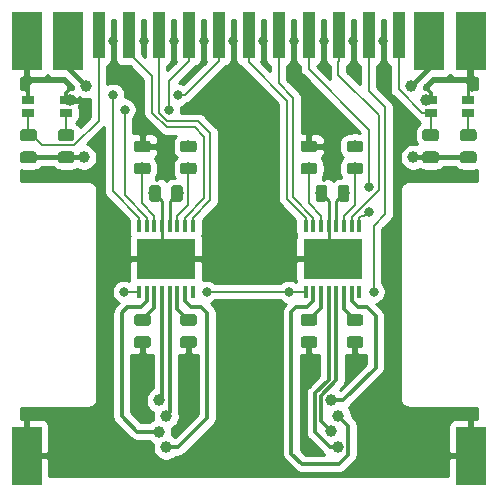
<source format=gbr>
G04 #@! TF.GenerationSoftware,KiCad,Pcbnew,(5.1.4)-1*
G04 #@! TF.CreationDate,2019-10-10T18:21:12+02:00*
G04 #@! TF.ProjectId,Bottom,426f7474-6f6d-42e6-9b69-6361645f7063,rev?*
G04 #@! TF.SameCoordinates,Original*
G04 #@! TF.FileFunction,Copper,L1,Top*
G04 #@! TF.FilePolarity,Positive*
%FSLAX46Y46*%
G04 Gerber Fmt 4.6, Leading zero omitted, Abs format (unit mm)*
G04 Created by KiCad (PCBNEW (5.1.4)-1) date 2019-10-10 18:21:12*
%MOMM*%
%LPD*%
G04 APERTURE LIST*
%ADD10R,1.000000X0.650000*%
%ADD11C,1.000000*%
%ADD12R,1.000000X4.000000*%
%ADD13R,2.500000X5.000000*%
%ADD14C,0.750000*%
%ADD15R,5.000000X3.400000*%
%ADD16R,0.450000X1.050000*%
%ADD17C,0.100000*%
%ADD18C,0.975000*%
%ADD19C,0.800000*%
%ADD20C,0.400000*%
%ADD21C,0.250000*%
%ADD22C,0.200000*%
%ADD23C,0.300000*%
%ADD24C,0.254000*%
G04 APERTURE END LIST*
D10*
X157550000Y-86550000D03*
X157550000Y-85450000D03*
X154350000Y-85450000D03*
X154350000Y-86550000D03*
X191600000Y-86550000D03*
X191600000Y-85450000D03*
X188400000Y-85450000D03*
X188400000Y-86550000D03*
D11*
X179990000Y-113505000D03*
X179990000Y-110855000D03*
X180590000Y-114830000D03*
X180590000Y-112180000D03*
X166010000Y-112195000D03*
X166010000Y-114845000D03*
X165410000Y-110870000D03*
X165410000Y-113520000D03*
D12*
X170450000Y-79950000D03*
X167910000Y-79950000D03*
X165370000Y-79950000D03*
X162830000Y-79950000D03*
X160290000Y-79950000D03*
X185690000Y-79950000D03*
X172990000Y-79950000D03*
X175530000Y-79950000D03*
X178070000Y-79950000D03*
X180610000Y-79950000D03*
X183150000Y-79950000D03*
D13*
X188300000Y-80450000D03*
X154200000Y-80450000D03*
X191800000Y-80450000D03*
X157700000Y-80450000D03*
D14*
X167500000Y-98150000D03*
X167500000Y-99650000D03*
X166000000Y-98150000D03*
X166000000Y-99650000D03*
X164500000Y-98150000D03*
X164500000Y-99650000D03*
D15*
X166000000Y-98900000D03*
D16*
X163725000Y-96125000D03*
X164375000Y-96125000D03*
X165025000Y-96125000D03*
X165675000Y-96125000D03*
X166325000Y-96125000D03*
X166975000Y-96125000D03*
X167625000Y-96125000D03*
X168275000Y-96125000D03*
X168275000Y-101675000D03*
X167625000Y-101675000D03*
X166975000Y-101675000D03*
X166325000Y-101675000D03*
X165675000Y-101675000D03*
X165025000Y-101675000D03*
X164375000Y-101675000D03*
X163725000Y-101675000D03*
D14*
X181600000Y-98150000D03*
X181600000Y-99650000D03*
X180100000Y-98150000D03*
X180100000Y-99650000D03*
X178600000Y-98150000D03*
X178600000Y-99650000D03*
D15*
X180100000Y-98900000D03*
D16*
X177825000Y-96125000D03*
X178475000Y-96125000D03*
X179125000Y-96125000D03*
X179775000Y-96125000D03*
X180425000Y-96125000D03*
X181075000Y-96125000D03*
X181725000Y-96125000D03*
X182375000Y-96125000D03*
X182375000Y-101675000D03*
X181725000Y-101675000D03*
X181075000Y-101675000D03*
X180425000Y-101675000D03*
X179775000Y-101675000D03*
X179125000Y-101675000D03*
X178475000Y-101675000D03*
X177825000Y-101675000D03*
D17*
G36*
X168380142Y-88876174D02*
G01*
X168403803Y-88879684D01*
X168427007Y-88885496D01*
X168449529Y-88893554D01*
X168471153Y-88903782D01*
X168491670Y-88916079D01*
X168510883Y-88930329D01*
X168528607Y-88946393D01*
X168544671Y-88964117D01*
X168558921Y-88983330D01*
X168571218Y-89003847D01*
X168581446Y-89025471D01*
X168589504Y-89047993D01*
X168595316Y-89071197D01*
X168598826Y-89094858D01*
X168600000Y-89118750D01*
X168600000Y-89606250D01*
X168598826Y-89630142D01*
X168595316Y-89653803D01*
X168589504Y-89677007D01*
X168581446Y-89699529D01*
X168571218Y-89721153D01*
X168558921Y-89741670D01*
X168544671Y-89760883D01*
X168528607Y-89778607D01*
X168510883Y-89794671D01*
X168491670Y-89808921D01*
X168471153Y-89821218D01*
X168449529Y-89831446D01*
X168427007Y-89839504D01*
X168403803Y-89845316D01*
X168380142Y-89848826D01*
X168356250Y-89850000D01*
X167443750Y-89850000D01*
X167419858Y-89848826D01*
X167396197Y-89845316D01*
X167372993Y-89839504D01*
X167350471Y-89831446D01*
X167328847Y-89821218D01*
X167308330Y-89808921D01*
X167289117Y-89794671D01*
X167271393Y-89778607D01*
X167255329Y-89760883D01*
X167241079Y-89741670D01*
X167228782Y-89721153D01*
X167218554Y-89699529D01*
X167210496Y-89677007D01*
X167204684Y-89653803D01*
X167201174Y-89630142D01*
X167200000Y-89606250D01*
X167200000Y-89118750D01*
X167201174Y-89094858D01*
X167204684Y-89071197D01*
X167210496Y-89047993D01*
X167218554Y-89025471D01*
X167228782Y-89003847D01*
X167241079Y-88983330D01*
X167255329Y-88964117D01*
X167271393Y-88946393D01*
X167289117Y-88930329D01*
X167308330Y-88916079D01*
X167328847Y-88903782D01*
X167350471Y-88893554D01*
X167372993Y-88885496D01*
X167396197Y-88879684D01*
X167419858Y-88876174D01*
X167443750Y-88875000D01*
X168356250Y-88875000D01*
X168380142Y-88876174D01*
X168380142Y-88876174D01*
G37*
D18*
X167900000Y-89362500D03*
D17*
G36*
X168380142Y-90751174D02*
G01*
X168403803Y-90754684D01*
X168427007Y-90760496D01*
X168449529Y-90768554D01*
X168471153Y-90778782D01*
X168491670Y-90791079D01*
X168510883Y-90805329D01*
X168528607Y-90821393D01*
X168544671Y-90839117D01*
X168558921Y-90858330D01*
X168571218Y-90878847D01*
X168581446Y-90900471D01*
X168589504Y-90922993D01*
X168595316Y-90946197D01*
X168598826Y-90969858D01*
X168600000Y-90993750D01*
X168600000Y-91481250D01*
X168598826Y-91505142D01*
X168595316Y-91528803D01*
X168589504Y-91552007D01*
X168581446Y-91574529D01*
X168571218Y-91596153D01*
X168558921Y-91616670D01*
X168544671Y-91635883D01*
X168528607Y-91653607D01*
X168510883Y-91669671D01*
X168491670Y-91683921D01*
X168471153Y-91696218D01*
X168449529Y-91706446D01*
X168427007Y-91714504D01*
X168403803Y-91720316D01*
X168380142Y-91723826D01*
X168356250Y-91725000D01*
X167443750Y-91725000D01*
X167419858Y-91723826D01*
X167396197Y-91720316D01*
X167372993Y-91714504D01*
X167350471Y-91706446D01*
X167328847Y-91696218D01*
X167308330Y-91683921D01*
X167289117Y-91669671D01*
X167271393Y-91653607D01*
X167255329Y-91635883D01*
X167241079Y-91616670D01*
X167228782Y-91596153D01*
X167218554Y-91574529D01*
X167210496Y-91552007D01*
X167204684Y-91528803D01*
X167201174Y-91505142D01*
X167200000Y-91481250D01*
X167200000Y-90993750D01*
X167201174Y-90969858D01*
X167204684Y-90946197D01*
X167210496Y-90922993D01*
X167218554Y-90900471D01*
X167228782Y-90878847D01*
X167241079Y-90858330D01*
X167255329Y-90839117D01*
X167271393Y-90821393D01*
X167289117Y-90805329D01*
X167308330Y-90791079D01*
X167328847Y-90778782D01*
X167350471Y-90768554D01*
X167372993Y-90760496D01*
X167396197Y-90754684D01*
X167419858Y-90751174D01*
X167443750Y-90750000D01*
X168356250Y-90750000D01*
X168380142Y-90751174D01*
X168380142Y-90751174D01*
G37*
D18*
X167900000Y-91237500D03*
D17*
G36*
X164480142Y-88876174D02*
G01*
X164503803Y-88879684D01*
X164527007Y-88885496D01*
X164549529Y-88893554D01*
X164571153Y-88903782D01*
X164591670Y-88916079D01*
X164610883Y-88930329D01*
X164628607Y-88946393D01*
X164644671Y-88964117D01*
X164658921Y-88983330D01*
X164671218Y-89003847D01*
X164681446Y-89025471D01*
X164689504Y-89047993D01*
X164695316Y-89071197D01*
X164698826Y-89094858D01*
X164700000Y-89118750D01*
X164700000Y-89606250D01*
X164698826Y-89630142D01*
X164695316Y-89653803D01*
X164689504Y-89677007D01*
X164681446Y-89699529D01*
X164671218Y-89721153D01*
X164658921Y-89741670D01*
X164644671Y-89760883D01*
X164628607Y-89778607D01*
X164610883Y-89794671D01*
X164591670Y-89808921D01*
X164571153Y-89821218D01*
X164549529Y-89831446D01*
X164527007Y-89839504D01*
X164503803Y-89845316D01*
X164480142Y-89848826D01*
X164456250Y-89850000D01*
X163543750Y-89850000D01*
X163519858Y-89848826D01*
X163496197Y-89845316D01*
X163472993Y-89839504D01*
X163450471Y-89831446D01*
X163428847Y-89821218D01*
X163408330Y-89808921D01*
X163389117Y-89794671D01*
X163371393Y-89778607D01*
X163355329Y-89760883D01*
X163341079Y-89741670D01*
X163328782Y-89721153D01*
X163318554Y-89699529D01*
X163310496Y-89677007D01*
X163304684Y-89653803D01*
X163301174Y-89630142D01*
X163300000Y-89606250D01*
X163300000Y-89118750D01*
X163301174Y-89094858D01*
X163304684Y-89071197D01*
X163310496Y-89047993D01*
X163318554Y-89025471D01*
X163328782Y-89003847D01*
X163341079Y-88983330D01*
X163355329Y-88964117D01*
X163371393Y-88946393D01*
X163389117Y-88930329D01*
X163408330Y-88916079D01*
X163428847Y-88903782D01*
X163450471Y-88893554D01*
X163472993Y-88885496D01*
X163496197Y-88879684D01*
X163519858Y-88876174D01*
X163543750Y-88875000D01*
X164456250Y-88875000D01*
X164480142Y-88876174D01*
X164480142Y-88876174D01*
G37*
D18*
X164000000Y-89362500D03*
D17*
G36*
X164480142Y-90751174D02*
G01*
X164503803Y-90754684D01*
X164527007Y-90760496D01*
X164549529Y-90768554D01*
X164571153Y-90778782D01*
X164591670Y-90791079D01*
X164610883Y-90805329D01*
X164628607Y-90821393D01*
X164644671Y-90839117D01*
X164658921Y-90858330D01*
X164671218Y-90878847D01*
X164681446Y-90900471D01*
X164689504Y-90922993D01*
X164695316Y-90946197D01*
X164698826Y-90969858D01*
X164700000Y-90993750D01*
X164700000Y-91481250D01*
X164698826Y-91505142D01*
X164695316Y-91528803D01*
X164689504Y-91552007D01*
X164681446Y-91574529D01*
X164671218Y-91596153D01*
X164658921Y-91616670D01*
X164644671Y-91635883D01*
X164628607Y-91653607D01*
X164610883Y-91669671D01*
X164591670Y-91683921D01*
X164571153Y-91696218D01*
X164549529Y-91706446D01*
X164527007Y-91714504D01*
X164503803Y-91720316D01*
X164480142Y-91723826D01*
X164456250Y-91725000D01*
X163543750Y-91725000D01*
X163519858Y-91723826D01*
X163496197Y-91720316D01*
X163472993Y-91714504D01*
X163450471Y-91706446D01*
X163428847Y-91696218D01*
X163408330Y-91683921D01*
X163389117Y-91669671D01*
X163371393Y-91653607D01*
X163355329Y-91635883D01*
X163341079Y-91616670D01*
X163328782Y-91596153D01*
X163318554Y-91574529D01*
X163310496Y-91552007D01*
X163304684Y-91528803D01*
X163301174Y-91505142D01*
X163300000Y-91481250D01*
X163300000Y-90993750D01*
X163301174Y-90969858D01*
X163304684Y-90946197D01*
X163310496Y-90922993D01*
X163318554Y-90900471D01*
X163328782Y-90878847D01*
X163341079Y-90858330D01*
X163355329Y-90839117D01*
X163371393Y-90821393D01*
X163389117Y-90805329D01*
X163408330Y-90791079D01*
X163428847Y-90778782D01*
X163450471Y-90768554D01*
X163472993Y-90760496D01*
X163496197Y-90754684D01*
X163519858Y-90751174D01*
X163543750Y-90750000D01*
X164456250Y-90750000D01*
X164480142Y-90751174D01*
X164480142Y-90751174D01*
G37*
D18*
X164000000Y-91237500D03*
D17*
G36*
X165330142Y-92651174D02*
G01*
X165353803Y-92654684D01*
X165377007Y-92660496D01*
X165399529Y-92668554D01*
X165421153Y-92678782D01*
X165441670Y-92691079D01*
X165460883Y-92705329D01*
X165478607Y-92721393D01*
X165494671Y-92739117D01*
X165508921Y-92758330D01*
X165521218Y-92778847D01*
X165531446Y-92800471D01*
X165539504Y-92822993D01*
X165545316Y-92846197D01*
X165548826Y-92869858D01*
X165550000Y-92893750D01*
X165550000Y-93806250D01*
X165548826Y-93830142D01*
X165545316Y-93853803D01*
X165539504Y-93877007D01*
X165531446Y-93899529D01*
X165521218Y-93921153D01*
X165508921Y-93941670D01*
X165494671Y-93960883D01*
X165478607Y-93978607D01*
X165460883Y-93994671D01*
X165441670Y-94008921D01*
X165421153Y-94021218D01*
X165399529Y-94031446D01*
X165377007Y-94039504D01*
X165353803Y-94045316D01*
X165330142Y-94048826D01*
X165306250Y-94050000D01*
X164818750Y-94050000D01*
X164794858Y-94048826D01*
X164771197Y-94045316D01*
X164747993Y-94039504D01*
X164725471Y-94031446D01*
X164703847Y-94021218D01*
X164683330Y-94008921D01*
X164664117Y-93994671D01*
X164646393Y-93978607D01*
X164630329Y-93960883D01*
X164616079Y-93941670D01*
X164603782Y-93921153D01*
X164593554Y-93899529D01*
X164585496Y-93877007D01*
X164579684Y-93853803D01*
X164576174Y-93830142D01*
X164575000Y-93806250D01*
X164575000Y-92893750D01*
X164576174Y-92869858D01*
X164579684Y-92846197D01*
X164585496Y-92822993D01*
X164593554Y-92800471D01*
X164603782Y-92778847D01*
X164616079Y-92758330D01*
X164630329Y-92739117D01*
X164646393Y-92721393D01*
X164664117Y-92705329D01*
X164683330Y-92691079D01*
X164703847Y-92678782D01*
X164725471Y-92668554D01*
X164747993Y-92660496D01*
X164771197Y-92654684D01*
X164794858Y-92651174D01*
X164818750Y-92650000D01*
X165306250Y-92650000D01*
X165330142Y-92651174D01*
X165330142Y-92651174D01*
G37*
D18*
X165062500Y-93350000D03*
D17*
G36*
X167205142Y-92651174D02*
G01*
X167228803Y-92654684D01*
X167252007Y-92660496D01*
X167274529Y-92668554D01*
X167296153Y-92678782D01*
X167316670Y-92691079D01*
X167335883Y-92705329D01*
X167353607Y-92721393D01*
X167369671Y-92739117D01*
X167383921Y-92758330D01*
X167396218Y-92778847D01*
X167406446Y-92800471D01*
X167414504Y-92822993D01*
X167420316Y-92846197D01*
X167423826Y-92869858D01*
X167425000Y-92893750D01*
X167425000Y-93806250D01*
X167423826Y-93830142D01*
X167420316Y-93853803D01*
X167414504Y-93877007D01*
X167406446Y-93899529D01*
X167396218Y-93921153D01*
X167383921Y-93941670D01*
X167369671Y-93960883D01*
X167353607Y-93978607D01*
X167335883Y-93994671D01*
X167316670Y-94008921D01*
X167296153Y-94021218D01*
X167274529Y-94031446D01*
X167252007Y-94039504D01*
X167228803Y-94045316D01*
X167205142Y-94048826D01*
X167181250Y-94050000D01*
X166693750Y-94050000D01*
X166669858Y-94048826D01*
X166646197Y-94045316D01*
X166622993Y-94039504D01*
X166600471Y-94031446D01*
X166578847Y-94021218D01*
X166558330Y-94008921D01*
X166539117Y-93994671D01*
X166521393Y-93978607D01*
X166505329Y-93960883D01*
X166491079Y-93941670D01*
X166478782Y-93921153D01*
X166468554Y-93899529D01*
X166460496Y-93877007D01*
X166454684Y-93853803D01*
X166451174Y-93830142D01*
X166450000Y-93806250D01*
X166450000Y-92893750D01*
X166451174Y-92869858D01*
X166454684Y-92846197D01*
X166460496Y-92822993D01*
X166468554Y-92800471D01*
X166478782Y-92778847D01*
X166491079Y-92758330D01*
X166505329Y-92739117D01*
X166521393Y-92721393D01*
X166539117Y-92705329D01*
X166558330Y-92691079D01*
X166578847Y-92678782D01*
X166600471Y-92668554D01*
X166622993Y-92660496D01*
X166646197Y-92654684D01*
X166669858Y-92651174D01*
X166693750Y-92650000D01*
X167181250Y-92650000D01*
X167205142Y-92651174D01*
X167205142Y-92651174D01*
G37*
D18*
X166937500Y-93350000D03*
D17*
G36*
X182480142Y-90751174D02*
G01*
X182503803Y-90754684D01*
X182527007Y-90760496D01*
X182549529Y-90768554D01*
X182571153Y-90778782D01*
X182591670Y-90791079D01*
X182610883Y-90805329D01*
X182628607Y-90821393D01*
X182644671Y-90839117D01*
X182658921Y-90858330D01*
X182671218Y-90878847D01*
X182681446Y-90900471D01*
X182689504Y-90922993D01*
X182695316Y-90946197D01*
X182698826Y-90969858D01*
X182700000Y-90993750D01*
X182700000Y-91481250D01*
X182698826Y-91505142D01*
X182695316Y-91528803D01*
X182689504Y-91552007D01*
X182681446Y-91574529D01*
X182671218Y-91596153D01*
X182658921Y-91616670D01*
X182644671Y-91635883D01*
X182628607Y-91653607D01*
X182610883Y-91669671D01*
X182591670Y-91683921D01*
X182571153Y-91696218D01*
X182549529Y-91706446D01*
X182527007Y-91714504D01*
X182503803Y-91720316D01*
X182480142Y-91723826D01*
X182456250Y-91725000D01*
X181543750Y-91725000D01*
X181519858Y-91723826D01*
X181496197Y-91720316D01*
X181472993Y-91714504D01*
X181450471Y-91706446D01*
X181428847Y-91696218D01*
X181408330Y-91683921D01*
X181389117Y-91669671D01*
X181371393Y-91653607D01*
X181355329Y-91635883D01*
X181341079Y-91616670D01*
X181328782Y-91596153D01*
X181318554Y-91574529D01*
X181310496Y-91552007D01*
X181304684Y-91528803D01*
X181301174Y-91505142D01*
X181300000Y-91481250D01*
X181300000Y-90993750D01*
X181301174Y-90969858D01*
X181304684Y-90946197D01*
X181310496Y-90922993D01*
X181318554Y-90900471D01*
X181328782Y-90878847D01*
X181341079Y-90858330D01*
X181355329Y-90839117D01*
X181371393Y-90821393D01*
X181389117Y-90805329D01*
X181408330Y-90791079D01*
X181428847Y-90778782D01*
X181450471Y-90768554D01*
X181472993Y-90760496D01*
X181496197Y-90754684D01*
X181519858Y-90751174D01*
X181543750Y-90750000D01*
X182456250Y-90750000D01*
X182480142Y-90751174D01*
X182480142Y-90751174D01*
G37*
D18*
X182000000Y-91237500D03*
D17*
G36*
X182480142Y-88876174D02*
G01*
X182503803Y-88879684D01*
X182527007Y-88885496D01*
X182549529Y-88893554D01*
X182571153Y-88903782D01*
X182591670Y-88916079D01*
X182610883Y-88930329D01*
X182628607Y-88946393D01*
X182644671Y-88964117D01*
X182658921Y-88983330D01*
X182671218Y-89003847D01*
X182681446Y-89025471D01*
X182689504Y-89047993D01*
X182695316Y-89071197D01*
X182698826Y-89094858D01*
X182700000Y-89118750D01*
X182700000Y-89606250D01*
X182698826Y-89630142D01*
X182695316Y-89653803D01*
X182689504Y-89677007D01*
X182681446Y-89699529D01*
X182671218Y-89721153D01*
X182658921Y-89741670D01*
X182644671Y-89760883D01*
X182628607Y-89778607D01*
X182610883Y-89794671D01*
X182591670Y-89808921D01*
X182571153Y-89821218D01*
X182549529Y-89831446D01*
X182527007Y-89839504D01*
X182503803Y-89845316D01*
X182480142Y-89848826D01*
X182456250Y-89850000D01*
X181543750Y-89850000D01*
X181519858Y-89848826D01*
X181496197Y-89845316D01*
X181472993Y-89839504D01*
X181450471Y-89831446D01*
X181428847Y-89821218D01*
X181408330Y-89808921D01*
X181389117Y-89794671D01*
X181371393Y-89778607D01*
X181355329Y-89760883D01*
X181341079Y-89741670D01*
X181328782Y-89721153D01*
X181318554Y-89699529D01*
X181310496Y-89677007D01*
X181304684Y-89653803D01*
X181301174Y-89630142D01*
X181300000Y-89606250D01*
X181300000Y-89118750D01*
X181301174Y-89094858D01*
X181304684Y-89071197D01*
X181310496Y-89047993D01*
X181318554Y-89025471D01*
X181328782Y-89003847D01*
X181341079Y-88983330D01*
X181355329Y-88964117D01*
X181371393Y-88946393D01*
X181389117Y-88930329D01*
X181408330Y-88916079D01*
X181428847Y-88903782D01*
X181450471Y-88893554D01*
X181472993Y-88885496D01*
X181496197Y-88879684D01*
X181519858Y-88876174D01*
X181543750Y-88875000D01*
X182456250Y-88875000D01*
X182480142Y-88876174D01*
X182480142Y-88876174D01*
G37*
D18*
X182000000Y-89362500D03*
D17*
G36*
X178580142Y-90751174D02*
G01*
X178603803Y-90754684D01*
X178627007Y-90760496D01*
X178649529Y-90768554D01*
X178671153Y-90778782D01*
X178691670Y-90791079D01*
X178710883Y-90805329D01*
X178728607Y-90821393D01*
X178744671Y-90839117D01*
X178758921Y-90858330D01*
X178771218Y-90878847D01*
X178781446Y-90900471D01*
X178789504Y-90922993D01*
X178795316Y-90946197D01*
X178798826Y-90969858D01*
X178800000Y-90993750D01*
X178800000Y-91481250D01*
X178798826Y-91505142D01*
X178795316Y-91528803D01*
X178789504Y-91552007D01*
X178781446Y-91574529D01*
X178771218Y-91596153D01*
X178758921Y-91616670D01*
X178744671Y-91635883D01*
X178728607Y-91653607D01*
X178710883Y-91669671D01*
X178691670Y-91683921D01*
X178671153Y-91696218D01*
X178649529Y-91706446D01*
X178627007Y-91714504D01*
X178603803Y-91720316D01*
X178580142Y-91723826D01*
X178556250Y-91725000D01*
X177643750Y-91725000D01*
X177619858Y-91723826D01*
X177596197Y-91720316D01*
X177572993Y-91714504D01*
X177550471Y-91706446D01*
X177528847Y-91696218D01*
X177508330Y-91683921D01*
X177489117Y-91669671D01*
X177471393Y-91653607D01*
X177455329Y-91635883D01*
X177441079Y-91616670D01*
X177428782Y-91596153D01*
X177418554Y-91574529D01*
X177410496Y-91552007D01*
X177404684Y-91528803D01*
X177401174Y-91505142D01*
X177400000Y-91481250D01*
X177400000Y-90993750D01*
X177401174Y-90969858D01*
X177404684Y-90946197D01*
X177410496Y-90922993D01*
X177418554Y-90900471D01*
X177428782Y-90878847D01*
X177441079Y-90858330D01*
X177455329Y-90839117D01*
X177471393Y-90821393D01*
X177489117Y-90805329D01*
X177508330Y-90791079D01*
X177528847Y-90778782D01*
X177550471Y-90768554D01*
X177572993Y-90760496D01*
X177596197Y-90754684D01*
X177619858Y-90751174D01*
X177643750Y-90750000D01*
X178556250Y-90750000D01*
X178580142Y-90751174D01*
X178580142Y-90751174D01*
G37*
D18*
X178100000Y-91237500D03*
D17*
G36*
X178580142Y-88876174D02*
G01*
X178603803Y-88879684D01*
X178627007Y-88885496D01*
X178649529Y-88893554D01*
X178671153Y-88903782D01*
X178691670Y-88916079D01*
X178710883Y-88930329D01*
X178728607Y-88946393D01*
X178744671Y-88964117D01*
X178758921Y-88983330D01*
X178771218Y-89003847D01*
X178781446Y-89025471D01*
X178789504Y-89047993D01*
X178795316Y-89071197D01*
X178798826Y-89094858D01*
X178800000Y-89118750D01*
X178800000Y-89606250D01*
X178798826Y-89630142D01*
X178795316Y-89653803D01*
X178789504Y-89677007D01*
X178781446Y-89699529D01*
X178771218Y-89721153D01*
X178758921Y-89741670D01*
X178744671Y-89760883D01*
X178728607Y-89778607D01*
X178710883Y-89794671D01*
X178691670Y-89808921D01*
X178671153Y-89821218D01*
X178649529Y-89831446D01*
X178627007Y-89839504D01*
X178603803Y-89845316D01*
X178580142Y-89848826D01*
X178556250Y-89850000D01*
X177643750Y-89850000D01*
X177619858Y-89848826D01*
X177596197Y-89845316D01*
X177572993Y-89839504D01*
X177550471Y-89831446D01*
X177528847Y-89821218D01*
X177508330Y-89808921D01*
X177489117Y-89794671D01*
X177471393Y-89778607D01*
X177455329Y-89760883D01*
X177441079Y-89741670D01*
X177428782Y-89721153D01*
X177418554Y-89699529D01*
X177410496Y-89677007D01*
X177404684Y-89653803D01*
X177401174Y-89630142D01*
X177400000Y-89606250D01*
X177400000Y-89118750D01*
X177401174Y-89094858D01*
X177404684Y-89071197D01*
X177410496Y-89047993D01*
X177418554Y-89025471D01*
X177428782Y-89003847D01*
X177441079Y-88983330D01*
X177455329Y-88964117D01*
X177471393Y-88946393D01*
X177489117Y-88930329D01*
X177508330Y-88916079D01*
X177528847Y-88903782D01*
X177550471Y-88893554D01*
X177572993Y-88885496D01*
X177596197Y-88879684D01*
X177619858Y-88876174D01*
X177643750Y-88875000D01*
X178556250Y-88875000D01*
X178580142Y-88876174D01*
X178580142Y-88876174D01*
G37*
D18*
X178100000Y-89362500D03*
D17*
G36*
X181305142Y-92651174D02*
G01*
X181328803Y-92654684D01*
X181352007Y-92660496D01*
X181374529Y-92668554D01*
X181396153Y-92678782D01*
X181416670Y-92691079D01*
X181435883Y-92705329D01*
X181453607Y-92721393D01*
X181469671Y-92739117D01*
X181483921Y-92758330D01*
X181496218Y-92778847D01*
X181506446Y-92800471D01*
X181514504Y-92822993D01*
X181520316Y-92846197D01*
X181523826Y-92869858D01*
X181525000Y-92893750D01*
X181525000Y-93806250D01*
X181523826Y-93830142D01*
X181520316Y-93853803D01*
X181514504Y-93877007D01*
X181506446Y-93899529D01*
X181496218Y-93921153D01*
X181483921Y-93941670D01*
X181469671Y-93960883D01*
X181453607Y-93978607D01*
X181435883Y-93994671D01*
X181416670Y-94008921D01*
X181396153Y-94021218D01*
X181374529Y-94031446D01*
X181352007Y-94039504D01*
X181328803Y-94045316D01*
X181305142Y-94048826D01*
X181281250Y-94050000D01*
X180793750Y-94050000D01*
X180769858Y-94048826D01*
X180746197Y-94045316D01*
X180722993Y-94039504D01*
X180700471Y-94031446D01*
X180678847Y-94021218D01*
X180658330Y-94008921D01*
X180639117Y-93994671D01*
X180621393Y-93978607D01*
X180605329Y-93960883D01*
X180591079Y-93941670D01*
X180578782Y-93921153D01*
X180568554Y-93899529D01*
X180560496Y-93877007D01*
X180554684Y-93853803D01*
X180551174Y-93830142D01*
X180550000Y-93806250D01*
X180550000Y-92893750D01*
X180551174Y-92869858D01*
X180554684Y-92846197D01*
X180560496Y-92822993D01*
X180568554Y-92800471D01*
X180578782Y-92778847D01*
X180591079Y-92758330D01*
X180605329Y-92739117D01*
X180621393Y-92721393D01*
X180639117Y-92705329D01*
X180658330Y-92691079D01*
X180678847Y-92678782D01*
X180700471Y-92668554D01*
X180722993Y-92660496D01*
X180746197Y-92654684D01*
X180769858Y-92651174D01*
X180793750Y-92650000D01*
X181281250Y-92650000D01*
X181305142Y-92651174D01*
X181305142Y-92651174D01*
G37*
D18*
X181037500Y-93350000D03*
D17*
G36*
X179430142Y-92651174D02*
G01*
X179453803Y-92654684D01*
X179477007Y-92660496D01*
X179499529Y-92668554D01*
X179521153Y-92678782D01*
X179541670Y-92691079D01*
X179560883Y-92705329D01*
X179578607Y-92721393D01*
X179594671Y-92739117D01*
X179608921Y-92758330D01*
X179621218Y-92778847D01*
X179631446Y-92800471D01*
X179639504Y-92822993D01*
X179645316Y-92846197D01*
X179648826Y-92869858D01*
X179650000Y-92893750D01*
X179650000Y-93806250D01*
X179648826Y-93830142D01*
X179645316Y-93853803D01*
X179639504Y-93877007D01*
X179631446Y-93899529D01*
X179621218Y-93921153D01*
X179608921Y-93941670D01*
X179594671Y-93960883D01*
X179578607Y-93978607D01*
X179560883Y-93994671D01*
X179541670Y-94008921D01*
X179521153Y-94021218D01*
X179499529Y-94031446D01*
X179477007Y-94039504D01*
X179453803Y-94045316D01*
X179430142Y-94048826D01*
X179406250Y-94050000D01*
X178918750Y-94050000D01*
X178894858Y-94048826D01*
X178871197Y-94045316D01*
X178847993Y-94039504D01*
X178825471Y-94031446D01*
X178803847Y-94021218D01*
X178783330Y-94008921D01*
X178764117Y-93994671D01*
X178746393Y-93978607D01*
X178730329Y-93960883D01*
X178716079Y-93941670D01*
X178703782Y-93921153D01*
X178693554Y-93899529D01*
X178685496Y-93877007D01*
X178679684Y-93853803D01*
X178676174Y-93830142D01*
X178675000Y-93806250D01*
X178675000Y-92893750D01*
X178676174Y-92869858D01*
X178679684Y-92846197D01*
X178685496Y-92822993D01*
X178693554Y-92800471D01*
X178703782Y-92778847D01*
X178716079Y-92758330D01*
X178730329Y-92739117D01*
X178746393Y-92721393D01*
X178764117Y-92705329D01*
X178783330Y-92691079D01*
X178803847Y-92678782D01*
X178825471Y-92668554D01*
X178847993Y-92660496D01*
X178871197Y-92654684D01*
X178894858Y-92651174D01*
X178918750Y-92650000D01*
X179406250Y-92650000D01*
X179430142Y-92651174D01*
X179430142Y-92651174D01*
G37*
D18*
X179162500Y-93350000D03*
D17*
G36*
X154830142Y-89801174D02*
G01*
X154853803Y-89804684D01*
X154877007Y-89810496D01*
X154899529Y-89818554D01*
X154921153Y-89828782D01*
X154941670Y-89841079D01*
X154960883Y-89855329D01*
X154978607Y-89871393D01*
X154994671Y-89889117D01*
X155008921Y-89908330D01*
X155021218Y-89928847D01*
X155031446Y-89950471D01*
X155039504Y-89972993D01*
X155045316Y-89996197D01*
X155048826Y-90019858D01*
X155050000Y-90043750D01*
X155050000Y-90531250D01*
X155048826Y-90555142D01*
X155045316Y-90578803D01*
X155039504Y-90602007D01*
X155031446Y-90624529D01*
X155021218Y-90646153D01*
X155008921Y-90666670D01*
X154994671Y-90685883D01*
X154978607Y-90703607D01*
X154960883Y-90719671D01*
X154941670Y-90733921D01*
X154921153Y-90746218D01*
X154899529Y-90756446D01*
X154877007Y-90764504D01*
X154853803Y-90770316D01*
X154830142Y-90773826D01*
X154806250Y-90775000D01*
X153893750Y-90775000D01*
X153869858Y-90773826D01*
X153846197Y-90770316D01*
X153822993Y-90764504D01*
X153800471Y-90756446D01*
X153778847Y-90746218D01*
X153758330Y-90733921D01*
X153739117Y-90719671D01*
X153721393Y-90703607D01*
X153705329Y-90685883D01*
X153691079Y-90666670D01*
X153678782Y-90646153D01*
X153668554Y-90624529D01*
X153660496Y-90602007D01*
X153654684Y-90578803D01*
X153651174Y-90555142D01*
X153650000Y-90531250D01*
X153650000Y-90043750D01*
X153651174Y-90019858D01*
X153654684Y-89996197D01*
X153660496Y-89972993D01*
X153668554Y-89950471D01*
X153678782Y-89928847D01*
X153691079Y-89908330D01*
X153705329Y-89889117D01*
X153721393Y-89871393D01*
X153739117Y-89855329D01*
X153758330Y-89841079D01*
X153778847Y-89828782D01*
X153800471Y-89818554D01*
X153822993Y-89810496D01*
X153846197Y-89804684D01*
X153869858Y-89801174D01*
X153893750Y-89800000D01*
X154806250Y-89800000D01*
X154830142Y-89801174D01*
X154830142Y-89801174D01*
G37*
D18*
X154350000Y-90287500D03*
D17*
G36*
X154830142Y-87926174D02*
G01*
X154853803Y-87929684D01*
X154877007Y-87935496D01*
X154899529Y-87943554D01*
X154921153Y-87953782D01*
X154941670Y-87966079D01*
X154960883Y-87980329D01*
X154978607Y-87996393D01*
X154994671Y-88014117D01*
X155008921Y-88033330D01*
X155021218Y-88053847D01*
X155031446Y-88075471D01*
X155039504Y-88097993D01*
X155045316Y-88121197D01*
X155048826Y-88144858D01*
X155050000Y-88168750D01*
X155050000Y-88656250D01*
X155048826Y-88680142D01*
X155045316Y-88703803D01*
X155039504Y-88727007D01*
X155031446Y-88749529D01*
X155021218Y-88771153D01*
X155008921Y-88791670D01*
X154994671Y-88810883D01*
X154978607Y-88828607D01*
X154960883Y-88844671D01*
X154941670Y-88858921D01*
X154921153Y-88871218D01*
X154899529Y-88881446D01*
X154877007Y-88889504D01*
X154853803Y-88895316D01*
X154830142Y-88898826D01*
X154806250Y-88900000D01*
X153893750Y-88900000D01*
X153869858Y-88898826D01*
X153846197Y-88895316D01*
X153822993Y-88889504D01*
X153800471Y-88881446D01*
X153778847Y-88871218D01*
X153758330Y-88858921D01*
X153739117Y-88844671D01*
X153721393Y-88828607D01*
X153705329Y-88810883D01*
X153691079Y-88791670D01*
X153678782Y-88771153D01*
X153668554Y-88749529D01*
X153660496Y-88727007D01*
X153654684Y-88703803D01*
X153651174Y-88680142D01*
X153650000Y-88656250D01*
X153650000Y-88168750D01*
X153651174Y-88144858D01*
X153654684Y-88121197D01*
X153660496Y-88097993D01*
X153668554Y-88075471D01*
X153678782Y-88053847D01*
X153691079Y-88033330D01*
X153705329Y-88014117D01*
X153721393Y-87996393D01*
X153739117Y-87980329D01*
X153758330Y-87966079D01*
X153778847Y-87953782D01*
X153800471Y-87943554D01*
X153822993Y-87935496D01*
X153846197Y-87929684D01*
X153869858Y-87926174D01*
X153893750Y-87925000D01*
X154806250Y-87925000D01*
X154830142Y-87926174D01*
X154830142Y-87926174D01*
G37*
D18*
X154350000Y-88412500D03*
D17*
G36*
X158030142Y-87926174D02*
G01*
X158053803Y-87929684D01*
X158077007Y-87935496D01*
X158099529Y-87943554D01*
X158121153Y-87953782D01*
X158141670Y-87966079D01*
X158160883Y-87980329D01*
X158178607Y-87996393D01*
X158194671Y-88014117D01*
X158208921Y-88033330D01*
X158221218Y-88053847D01*
X158231446Y-88075471D01*
X158239504Y-88097993D01*
X158245316Y-88121197D01*
X158248826Y-88144858D01*
X158250000Y-88168750D01*
X158250000Y-88656250D01*
X158248826Y-88680142D01*
X158245316Y-88703803D01*
X158239504Y-88727007D01*
X158231446Y-88749529D01*
X158221218Y-88771153D01*
X158208921Y-88791670D01*
X158194671Y-88810883D01*
X158178607Y-88828607D01*
X158160883Y-88844671D01*
X158141670Y-88858921D01*
X158121153Y-88871218D01*
X158099529Y-88881446D01*
X158077007Y-88889504D01*
X158053803Y-88895316D01*
X158030142Y-88898826D01*
X158006250Y-88900000D01*
X157093750Y-88900000D01*
X157069858Y-88898826D01*
X157046197Y-88895316D01*
X157022993Y-88889504D01*
X157000471Y-88881446D01*
X156978847Y-88871218D01*
X156958330Y-88858921D01*
X156939117Y-88844671D01*
X156921393Y-88828607D01*
X156905329Y-88810883D01*
X156891079Y-88791670D01*
X156878782Y-88771153D01*
X156868554Y-88749529D01*
X156860496Y-88727007D01*
X156854684Y-88703803D01*
X156851174Y-88680142D01*
X156850000Y-88656250D01*
X156850000Y-88168750D01*
X156851174Y-88144858D01*
X156854684Y-88121197D01*
X156860496Y-88097993D01*
X156868554Y-88075471D01*
X156878782Y-88053847D01*
X156891079Y-88033330D01*
X156905329Y-88014117D01*
X156921393Y-87996393D01*
X156939117Y-87980329D01*
X156958330Y-87966079D01*
X156978847Y-87953782D01*
X157000471Y-87943554D01*
X157022993Y-87935496D01*
X157046197Y-87929684D01*
X157069858Y-87926174D01*
X157093750Y-87925000D01*
X158006250Y-87925000D01*
X158030142Y-87926174D01*
X158030142Y-87926174D01*
G37*
D18*
X157550000Y-88412500D03*
D17*
G36*
X158030142Y-89801174D02*
G01*
X158053803Y-89804684D01*
X158077007Y-89810496D01*
X158099529Y-89818554D01*
X158121153Y-89828782D01*
X158141670Y-89841079D01*
X158160883Y-89855329D01*
X158178607Y-89871393D01*
X158194671Y-89889117D01*
X158208921Y-89908330D01*
X158221218Y-89928847D01*
X158231446Y-89950471D01*
X158239504Y-89972993D01*
X158245316Y-89996197D01*
X158248826Y-90019858D01*
X158250000Y-90043750D01*
X158250000Y-90531250D01*
X158248826Y-90555142D01*
X158245316Y-90578803D01*
X158239504Y-90602007D01*
X158231446Y-90624529D01*
X158221218Y-90646153D01*
X158208921Y-90666670D01*
X158194671Y-90685883D01*
X158178607Y-90703607D01*
X158160883Y-90719671D01*
X158141670Y-90733921D01*
X158121153Y-90746218D01*
X158099529Y-90756446D01*
X158077007Y-90764504D01*
X158053803Y-90770316D01*
X158030142Y-90773826D01*
X158006250Y-90775000D01*
X157093750Y-90775000D01*
X157069858Y-90773826D01*
X157046197Y-90770316D01*
X157022993Y-90764504D01*
X157000471Y-90756446D01*
X156978847Y-90746218D01*
X156958330Y-90733921D01*
X156939117Y-90719671D01*
X156921393Y-90703607D01*
X156905329Y-90685883D01*
X156891079Y-90666670D01*
X156878782Y-90646153D01*
X156868554Y-90624529D01*
X156860496Y-90602007D01*
X156854684Y-90578803D01*
X156851174Y-90555142D01*
X156850000Y-90531250D01*
X156850000Y-90043750D01*
X156851174Y-90019858D01*
X156854684Y-89996197D01*
X156860496Y-89972993D01*
X156868554Y-89950471D01*
X156878782Y-89928847D01*
X156891079Y-89908330D01*
X156905329Y-89889117D01*
X156921393Y-89871393D01*
X156939117Y-89855329D01*
X156958330Y-89841079D01*
X156978847Y-89828782D01*
X157000471Y-89818554D01*
X157022993Y-89810496D01*
X157046197Y-89804684D01*
X157069858Y-89801174D01*
X157093750Y-89800000D01*
X158006250Y-89800000D01*
X158030142Y-89801174D01*
X158030142Y-89801174D01*
G37*
D18*
X157550000Y-90287500D03*
D17*
G36*
X188880142Y-89801174D02*
G01*
X188903803Y-89804684D01*
X188927007Y-89810496D01*
X188949529Y-89818554D01*
X188971153Y-89828782D01*
X188991670Y-89841079D01*
X189010883Y-89855329D01*
X189028607Y-89871393D01*
X189044671Y-89889117D01*
X189058921Y-89908330D01*
X189071218Y-89928847D01*
X189081446Y-89950471D01*
X189089504Y-89972993D01*
X189095316Y-89996197D01*
X189098826Y-90019858D01*
X189100000Y-90043750D01*
X189100000Y-90531250D01*
X189098826Y-90555142D01*
X189095316Y-90578803D01*
X189089504Y-90602007D01*
X189081446Y-90624529D01*
X189071218Y-90646153D01*
X189058921Y-90666670D01*
X189044671Y-90685883D01*
X189028607Y-90703607D01*
X189010883Y-90719671D01*
X188991670Y-90733921D01*
X188971153Y-90746218D01*
X188949529Y-90756446D01*
X188927007Y-90764504D01*
X188903803Y-90770316D01*
X188880142Y-90773826D01*
X188856250Y-90775000D01*
X187943750Y-90775000D01*
X187919858Y-90773826D01*
X187896197Y-90770316D01*
X187872993Y-90764504D01*
X187850471Y-90756446D01*
X187828847Y-90746218D01*
X187808330Y-90733921D01*
X187789117Y-90719671D01*
X187771393Y-90703607D01*
X187755329Y-90685883D01*
X187741079Y-90666670D01*
X187728782Y-90646153D01*
X187718554Y-90624529D01*
X187710496Y-90602007D01*
X187704684Y-90578803D01*
X187701174Y-90555142D01*
X187700000Y-90531250D01*
X187700000Y-90043750D01*
X187701174Y-90019858D01*
X187704684Y-89996197D01*
X187710496Y-89972993D01*
X187718554Y-89950471D01*
X187728782Y-89928847D01*
X187741079Y-89908330D01*
X187755329Y-89889117D01*
X187771393Y-89871393D01*
X187789117Y-89855329D01*
X187808330Y-89841079D01*
X187828847Y-89828782D01*
X187850471Y-89818554D01*
X187872993Y-89810496D01*
X187896197Y-89804684D01*
X187919858Y-89801174D01*
X187943750Y-89800000D01*
X188856250Y-89800000D01*
X188880142Y-89801174D01*
X188880142Y-89801174D01*
G37*
D18*
X188400000Y-90287500D03*
D17*
G36*
X188880142Y-87926174D02*
G01*
X188903803Y-87929684D01*
X188927007Y-87935496D01*
X188949529Y-87943554D01*
X188971153Y-87953782D01*
X188991670Y-87966079D01*
X189010883Y-87980329D01*
X189028607Y-87996393D01*
X189044671Y-88014117D01*
X189058921Y-88033330D01*
X189071218Y-88053847D01*
X189081446Y-88075471D01*
X189089504Y-88097993D01*
X189095316Y-88121197D01*
X189098826Y-88144858D01*
X189100000Y-88168750D01*
X189100000Y-88656250D01*
X189098826Y-88680142D01*
X189095316Y-88703803D01*
X189089504Y-88727007D01*
X189081446Y-88749529D01*
X189071218Y-88771153D01*
X189058921Y-88791670D01*
X189044671Y-88810883D01*
X189028607Y-88828607D01*
X189010883Y-88844671D01*
X188991670Y-88858921D01*
X188971153Y-88871218D01*
X188949529Y-88881446D01*
X188927007Y-88889504D01*
X188903803Y-88895316D01*
X188880142Y-88898826D01*
X188856250Y-88900000D01*
X187943750Y-88900000D01*
X187919858Y-88898826D01*
X187896197Y-88895316D01*
X187872993Y-88889504D01*
X187850471Y-88881446D01*
X187828847Y-88871218D01*
X187808330Y-88858921D01*
X187789117Y-88844671D01*
X187771393Y-88828607D01*
X187755329Y-88810883D01*
X187741079Y-88791670D01*
X187728782Y-88771153D01*
X187718554Y-88749529D01*
X187710496Y-88727007D01*
X187704684Y-88703803D01*
X187701174Y-88680142D01*
X187700000Y-88656250D01*
X187700000Y-88168750D01*
X187701174Y-88144858D01*
X187704684Y-88121197D01*
X187710496Y-88097993D01*
X187718554Y-88075471D01*
X187728782Y-88053847D01*
X187741079Y-88033330D01*
X187755329Y-88014117D01*
X187771393Y-87996393D01*
X187789117Y-87980329D01*
X187808330Y-87966079D01*
X187828847Y-87953782D01*
X187850471Y-87943554D01*
X187872993Y-87935496D01*
X187896197Y-87929684D01*
X187919858Y-87926174D01*
X187943750Y-87925000D01*
X188856250Y-87925000D01*
X188880142Y-87926174D01*
X188880142Y-87926174D01*
G37*
D18*
X188400000Y-88412500D03*
D17*
G36*
X192080142Y-87926174D02*
G01*
X192103803Y-87929684D01*
X192127007Y-87935496D01*
X192149529Y-87943554D01*
X192171153Y-87953782D01*
X192191670Y-87966079D01*
X192210883Y-87980329D01*
X192228607Y-87996393D01*
X192244671Y-88014117D01*
X192258921Y-88033330D01*
X192271218Y-88053847D01*
X192281446Y-88075471D01*
X192289504Y-88097993D01*
X192295316Y-88121197D01*
X192298826Y-88144858D01*
X192300000Y-88168750D01*
X192300000Y-88656250D01*
X192298826Y-88680142D01*
X192295316Y-88703803D01*
X192289504Y-88727007D01*
X192281446Y-88749529D01*
X192271218Y-88771153D01*
X192258921Y-88791670D01*
X192244671Y-88810883D01*
X192228607Y-88828607D01*
X192210883Y-88844671D01*
X192191670Y-88858921D01*
X192171153Y-88871218D01*
X192149529Y-88881446D01*
X192127007Y-88889504D01*
X192103803Y-88895316D01*
X192080142Y-88898826D01*
X192056250Y-88900000D01*
X191143750Y-88900000D01*
X191119858Y-88898826D01*
X191096197Y-88895316D01*
X191072993Y-88889504D01*
X191050471Y-88881446D01*
X191028847Y-88871218D01*
X191008330Y-88858921D01*
X190989117Y-88844671D01*
X190971393Y-88828607D01*
X190955329Y-88810883D01*
X190941079Y-88791670D01*
X190928782Y-88771153D01*
X190918554Y-88749529D01*
X190910496Y-88727007D01*
X190904684Y-88703803D01*
X190901174Y-88680142D01*
X190900000Y-88656250D01*
X190900000Y-88168750D01*
X190901174Y-88144858D01*
X190904684Y-88121197D01*
X190910496Y-88097993D01*
X190918554Y-88075471D01*
X190928782Y-88053847D01*
X190941079Y-88033330D01*
X190955329Y-88014117D01*
X190971393Y-87996393D01*
X190989117Y-87980329D01*
X191008330Y-87966079D01*
X191028847Y-87953782D01*
X191050471Y-87943554D01*
X191072993Y-87935496D01*
X191096197Y-87929684D01*
X191119858Y-87926174D01*
X191143750Y-87925000D01*
X192056250Y-87925000D01*
X192080142Y-87926174D01*
X192080142Y-87926174D01*
G37*
D18*
X191600000Y-88412500D03*
D17*
G36*
X192080142Y-89801174D02*
G01*
X192103803Y-89804684D01*
X192127007Y-89810496D01*
X192149529Y-89818554D01*
X192171153Y-89828782D01*
X192191670Y-89841079D01*
X192210883Y-89855329D01*
X192228607Y-89871393D01*
X192244671Y-89889117D01*
X192258921Y-89908330D01*
X192271218Y-89928847D01*
X192281446Y-89950471D01*
X192289504Y-89972993D01*
X192295316Y-89996197D01*
X192298826Y-90019858D01*
X192300000Y-90043750D01*
X192300000Y-90531250D01*
X192298826Y-90555142D01*
X192295316Y-90578803D01*
X192289504Y-90602007D01*
X192281446Y-90624529D01*
X192271218Y-90646153D01*
X192258921Y-90666670D01*
X192244671Y-90685883D01*
X192228607Y-90703607D01*
X192210883Y-90719671D01*
X192191670Y-90733921D01*
X192171153Y-90746218D01*
X192149529Y-90756446D01*
X192127007Y-90764504D01*
X192103803Y-90770316D01*
X192080142Y-90773826D01*
X192056250Y-90775000D01*
X191143750Y-90775000D01*
X191119858Y-90773826D01*
X191096197Y-90770316D01*
X191072993Y-90764504D01*
X191050471Y-90756446D01*
X191028847Y-90746218D01*
X191008330Y-90733921D01*
X190989117Y-90719671D01*
X190971393Y-90703607D01*
X190955329Y-90685883D01*
X190941079Y-90666670D01*
X190928782Y-90646153D01*
X190918554Y-90624529D01*
X190910496Y-90602007D01*
X190904684Y-90578803D01*
X190901174Y-90555142D01*
X190900000Y-90531250D01*
X190900000Y-90043750D01*
X190901174Y-90019858D01*
X190904684Y-89996197D01*
X190910496Y-89972993D01*
X190918554Y-89950471D01*
X190928782Y-89928847D01*
X190941079Y-89908330D01*
X190955329Y-89889117D01*
X190971393Y-89871393D01*
X190989117Y-89855329D01*
X191008330Y-89841079D01*
X191028847Y-89828782D01*
X191050471Y-89818554D01*
X191072993Y-89810496D01*
X191096197Y-89804684D01*
X191119858Y-89801174D01*
X191143750Y-89800000D01*
X192056250Y-89800000D01*
X192080142Y-89801174D01*
X192080142Y-89801174D01*
G37*
D18*
X191600000Y-90287500D03*
D17*
G36*
X164480142Y-103576174D02*
G01*
X164503803Y-103579684D01*
X164527007Y-103585496D01*
X164549529Y-103593554D01*
X164571153Y-103603782D01*
X164591670Y-103616079D01*
X164610883Y-103630329D01*
X164628607Y-103646393D01*
X164644671Y-103664117D01*
X164658921Y-103683330D01*
X164671218Y-103703847D01*
X164681446Y-103725471D01*
X164689504Y-103747993D01*
X164695316Y-103771197D01*
X164698826Y-103794858D01*
X164700000Y-103818750D01*
X164700000Y-104306250D01*
X164698826Y-104330142D01*
X164695316Y-104353803D01*
X164689504Y-104377007D01*
X164681446Y-104399529D01*
X164671218Y-104421153D01*
X164658921Y-104441670D01*
X164644671Y-104460883D01*
X164628607Y-104478607D01*
X164610883Y-104494671D01*
X164591670Y-104508921D01*
X164571153Y-104521218D01*
X164549529Y-104531446D01*
X164527007Y-104539504D01*
X164503803Y-104545316D01*
X164480142Y-104548826D01*
X164456250Y-104550000D01*
X163543750Y-104550000D01*
X163519858Y-104548826D01*
X163496197Y-104545316D01*
X163472993Y-104539504D01*
X163450471Y-104531446D01*
X163428847Y-104521218D01*
X163408330Y-104508921D01*
X163389117Y-104494671D01*
X163371393Y-104478607D01*
X163355329Y-104460883D01*
X163341079Y-104441670D01*
X163328782Y-104421153D01*
X163318554Y-104399529D01*
X163310496Y-104377007D01*
X163304684Y-104353803D01*
X163301174Y-104330142D01*
X163300000Y-104306250D01*
X163300000Y-103818750D01*
X163301174Y-103794858D01*
X163304684Y-103771197D01*
X163310496Y-103747993D01*
X163318554Y-103725471D01*
X163328782Y-103703847D01*
X163341079Y-103683330D01*
X163355329Y-103664117D01*
X163371393Y-103646393D01*
X163389117Y-103630329D01*
X163408330Y-103616079D01*
X163428847Y-103603782D01*
X163450471Y-103593554D01*
X163472993Y-103585496D01*
X163496197Y-103579684D01*
X163519858Y-103576174D01*
X163543750Y-103575000D01*
X164456250Y-103575000D01*
X164480142Y-103576174D01*
X164480142Y-103576174D01*
G37*
D18*
X164000000Y-104062500D03*
D17*
G36*
X164480142Y-105451174D02*
G01*
X164503803Y-105454684D01*
X164527007Y-105460496D01*
X164549529Y-105468554D01*
X164571153Y-105478782D01*
X164591670Y-105491079D01*
X164610883Y-105505329D01*
X164628607Y-105521393D01*
X164644671Y-105539117D01*
X164658921Y-105558330D01*
X164671218Y-105578847D01*
X164681446Y-105600471D01*
X164689504Y-105622993D01*
X164695316Y-105646197D01*
X164698826Y-105669858D01*
X164700000Y-105693750D01*
X164700000Y-106181250D01*
X164698826Y-106205142D01*
X164695316Y-106228803D01*
X164689504Y-106252007D01*
X164681446Y-106274529D01*
X164671218Y-106296153D01*
X164658921Y-106316670D01*
X164644671Y-106335883D01*
X164628607Y-106353607D01*
X164610883Y-106369671D01*
X164591670Y-106383921D01*
X164571153Y-106396218D01*
X164549529Y-106406446D01*
X164527007Y-106414504D01*
X164503803Y-106420316D01*
X164480142Y-106423826D01*
X164456250Y-106425000D01*
X163543750Y-106425000D01*
X163519858Y-106423826D01*
X163496197Y-106420316D01*
X163472993Y-106414504D01*
X163450471Y-106406446D01*
X163428847Y-106396218D01*
X163408330Y-106383921D01*
X163389117Y-106369671D01*
X163371393Y-106353607D01*
X163355329Y-106335883D01*
X163341079Y-106316670D01*
X163328782Y-106296153D01*
X163318554Y-106274529D01*
X163310496Y-106252007D01*
X163304684Y-106228803D01*
X163301174Y-106205142D01*
X163300000Y-106181250D01*
X163300000Y-105693750D01*
X163301174Y-105669858D01*
X163304684Y-105646197D01*
X163310496Y-105622993D01*
X163318554Y-105600471D01*
X163328782Y-105578847D01*
X163341079Y-105558330D01*
X163355329Y-105539117D01*
X163371393Y-105521393D01*
X163389117Y-105505329D01*
X163408330Y-105491079D01*
X163428847Y-105478782D01*
X163450471Y-105468554D01*
X163472993Y-105460496D01*
X163496197Y-105454684D01*
X163519858Y-105451174D01*
X163543750Y-105450000D01*
X164456250Y-105450000D01*
X164480142Y-105451174D01*
X164480142Y-105451174D01*
G37*
D18*
X164000000Y-105937500D03*
D17*
G36*
X168380142Y-105451174D02*
G01*
X168403803Y-105454684D01*
X168427007Y-105460496D01*
X168449529Y-105468554D01*
X168471153Y-105478782D01*
X168491670Y-105491079D01*
X168510883Y-105505329D01*
X168528607Y-105521393D01*
X168544671Y-105539117D01*
X168558921Y-105558330D01*
X168571218Y-105578847D01*
X168581446Y-105600471D01*
X168589504Y-105622993D01*
X168595316Y-105646197D01*
X168598826Y-105669858D01*
X168600000Y-105693750D01*
X168600000Y-106181250D01*
X168598826Y-106205142D01*
X168595316Y-106228803D01*
X168589504Y-106252007D01*
X168581446Y-106274529D01*
X168571218Y-106296153D01*
X168558921Y-106316670D01*
X168544671Y-106335883D01*
X168528607Y-106353607D01*
X168510883Y-106369671D01*
X168491670Y-106383921D01*
X168471153Y-106396218D01*
X168449529Y-106406446D01*
X168427007Y-106414504D01*
X168403803Y-106420316D01*
X168380142Y-106423826D01*
X168356250Y-106425000D01*
X167443750Y-106425000D01*
X167419858Y-106423826D01*
X167396197Y-106420316D01*
X167372993Y-106414504D01*
X167350471Y-106406446D01*
X167328847Y-106396218D01*
X167308330Y-106383921D01*
X167289117Y-106369671D01*
X167271393Y-106353607D01*
X167255329Y-106335883D01*
X167241079Y-106316670D01*
X167228782Y-106296153D01*
X167218554Y-106274529D01*
X167210496Y-106252007D01*
X167204684Y-106228803D01*
X167201174Y-106205142D01*
X167200000Y-106181250D01*
X167200000Y-105693750D01*
X167201174Y-105669858D01*
X167204684Y-105646197D01*
X167210496Y-105622993D01*
X167218554Y-105600471D01*
X167228782Y-105578847D01*
X167241079Y-105558330D01*
X167255329Y-105539117D01*
X167271393Y-105521393D01*
X167289117Y-105505329D01*
X167308330Y-105491079D01*
X167328847Y-105478782D01*
X167350471Y-105468554D01*
X167372993Y-105460496D01*
X167396197Y-105454684D01*
X167419858Y-105451174D01*
X167443750Y-105450000D01*
X168356250Y-105450000D01*
X168380142Y-105451174D01*
X168380142Y-105451174D01*
G37*
D18*
X167900000Y-105937500D03*
D17*
G36*
X168380142Y-103576174D02*
G01*
X168403803Y-103579684D01*
X168427007Y-103585496D01*
X168449529Y-103593554D01*
X168471153Y-103603782D01*
X168491670Y-103616079D01*
X168510883Y-103630329D01*
X168528607Y-103646393D01*
X168544671Y-103664117D01*
X168558921Y-103683330D01*
X168571218Y-103703847D01*
X168581446Y-103725471D01*
X168589504Y-103747993D01*
X168595316Y-103771197D01*
X168598826Y-103794858D01*
X168600000Y-103818750D01*
X168600000Y-104306250D01*
X168598826Y-104330142D01*
X168595316Y-104353803D01*
X168589504Y-104377007D01*
X168581446Y-104399529D01*
X168571218Y-104421153D01*
X168558921Y-104441670D01*
X168544671Y-104460883D01*
X168528607Y-104478607D01*
X168510883Y-104494671D01*
X168491670Y-104508921D01*
X168471153Y-104521218D01*
X168449529Y-104531446D01*
X168427007Y-104539504D01*
X168403803Y-104545316D01*
X168380142Y-104548826D01*
X168356250Y-104550000D01*
X167443750Y-104550000D01*
X167419858Y-104548826D01*
X167396197Y-104545316D01*
X167372993Y-104539504D01*
X167350471Y-104531446D01*
X167328847Y-104521218D01*
X167308330Y-104508921D01*
X167289117Y-104494671D01*
X167271393Y-104478607D01*
X167255329Y-104460883D01*
X167241079Y-104441670D01*
X167228782Y-104421153D01*
X167218554Y-104399529D01*
X167210496Y-104377007D01*
X167204684Y-104353803D01*
X167201174Y-104330142D01*
X167200000Y-104306250D01*
X167200000Y-103818750D01*
X167201174Y-103794858D01*
X167204684Y-103771197D01*
X167210496Y-103747993D01*
X167218554Y-103725471D01*
X167228782Y-103703847D01*
X167241079Y-103683330D01*
X167255329Y-103664117D01*
X167271393Y-103646393D01*
X167289117Y-103630329D01*
X167308330Y-103616079D01*
X167328847Y-103603782D01*
X167350471Y-103593554D01*
X167372993Y-103585496D01*
X167396197Y-103579684D01*
X167419858Y-103576174D01*
X167443750Y-103575000D01*
X168356250Y-103575000D01*
X168380142Y-103576174D01*
X168380142Y-103576174D01*
G37*
D18*
X167900000Y-104062500D03*
D17*
G36*
X178580142Y-105451174D02*
G01*
X178603803Y-105454684D01*
X178627007Y-105460496D01*
X178649529Y-105468554D01*
X178671153Y-105478782D01*
X178691670Y-105491079D01*
X178710883Y-105505329D01*
X178728607Y-105521393D01*
X178744671Y-105539117D01*
X178758921Y-105558330D01*
X178771218Y-105578847D01*
X178781446Y-105600471D01*
X178789504Y-105622993D01*
X178795316Y-105646197D01*
X178798826Y-105669858D01*
X178800000Y-105693750D01*
X178800000Y-106181250D01*
X178798826Y-106205142D01*
X178795316Y-106228803D01*
X178789504Y-106252007D01*
X178781446Y-106274529D01*
X178771218Y-106296153D01*
X178758921Y-106316670D01*
X178744671Y-106335883D01*
X178728607Y-106353607D01*
X178710883Y-106369671D01*
X178691670Y-106383921D01*
X178671153Y-106396218D01*
X178649529Y-106406446D01*
X178627007Y-106414504D01*
X178603803Y-106420316D01*
X178580142Y-106423826D01*
X178556250Y-106425000D01*
X177643750Y-106425000D01*
X177619858Y-106423826D01*
X177596197Y-106420316D01*
X177572993Y-106414504D01*
X177550471Y-106406446D01*
X177528847Y-106396218D01*
X177508330Y-106383921D01*
X177489117Y-106369671D01*
X177471393Y-106353607D01*
X177455329Y-106335883D01*
X177441079Y-106316670D01*
X177428782Y-106296153D01*
X177418554Y-106274529D01*
X177410496Y-106252007D01*
X177404684Y-106228803D01*
X177401174Y-106205142D01*
X177400000Y-106181250D01*
X177400000Y-105693750D01*
X177401174Y-105669858D01*
X177404684Y-105646197D01*
X177410496Y-105622993D01*
X177418554Y-105600471D01*
X177428782Y-105578847D01*
X177441079Y-105558330D01*
X177455329Y-105539117D01*
X177471393Y-105521393D01*
X177489117Y-105505329D01*
X177508330Y-105491079D01*
X177528847Y-105478782D01*
X177550471Y-105468554D01*
X177572993Y-105460496D01*
X177596197Y-105454684D01*
X177619858Y-105451174D01*
X177643750Y-105450000D01*
X178556250Y-105450000D01*
X178580142Y-105451174D01*
X178580142Y-105451174D01*
G37*
D18*
X178100000Y-105937500D03*
D17*
G36*
X178580142Y-103576174D02*
G01*
X178603803Y-103579684D01*
X178627007Y-103585496D01*
X178649529Y-103593554D01*
X178671153Y-103603782D01*
X178691670Y-103616079D01*
X178710883Y-103630329D01*
X178728607Y-103646393D01*
X178744671Y-103664117D01*
X178758921Y-103683330D01*
X178771218Y-103703847D01*
X178781446Y-103725471D01*
X178789504Y-103747993D01*
X178795316Y-103771197D01*
X178798826Y-103794858D01*
X178800000Y-103818750D01*
X178800000Y-104306250D01*
X178798826Y-104330142D01*
X178795316Y-104353803D01*
X178789504Y-104377007D01*
X178781446Y-104399529D01*
X178771218Y-104421153D01*
X178758921Y-104441670D01*
X178744671Y-104460883D01*
X178728607Y-104478607D01*
X178710883Y-104494671D01*
X178691670Y-104508921D01*
X178671153Y-104521218D01*
X178649529Y-104531446D01*
X178627007Y-104539504D01*
X178603803Y-104545316D01*
X178580142Y-104548826D01*
X178556250Y-104550000D01*
X177643750Y-104550000D01*
X177619858Y-104548826D01*
X177596197Y-104545316D01*
X177572993Y-104539504D01*
X177550471Y-104531446D01*
X177528847Y-104521218D01*
X177508330Y-104508921D01*
X177489117Y-104494671D01*
X177471393Y-104478607D01*
X177455329Y-104460883D01*
X177441079Y-104441670D01*
X177428782Y-104421153D01*
X177418554Y-104399529D01*
X177410496Y-104377007D01*
X177404684Y-104353803D01*
X177401174Y-104330142D01*
X177400000Y-104306250D01*
X177400000Y-103818750D01*
X177401174Y-103794858D01*
X177404684Y-103771197D01*
X177410496Y-103747993D01*
X177418554Y-103725471D01*
X177428782Y-103703847D01*
X177441079Y-103683330D01*
X177455329Y-103664117D01*
X177471393Y-103646393D01*
X177489117Y-103630329D01*
X177508330Y-103616079D01*
X177528847Y-103603782D01*
X177550471Y-103593554D01*
X177572993Y-103585496D01*
X177596197Y-103579684D01*
X177619858Y-103576174D01*
X177643750Y-103575000D01*
X178556250Y-103575000D01*
X178580142Y-103576174D01*
X178580142Y-103576174D01*
G37*
D18*
X178100000Y-104062500D03*
D17*
G36*
X182480142Y-103576174D02*
G01*
X182503803Y-103579684D01*
X182527007Y-103585496D01*
X182549529Y-103593554D01*
X182571153Y-103603782D01*
X182591670Y-103616079D01*
X182610883Y-103630329D01*
X182628607Y-103646393D01*
X182644671Y-103664117D01*
X182658921Y-103683330D01*
X182671218Y-103703847D01*
X182681446Y-103725471D01*
X182689504Y-103747993D01*
X182695316Y-103771197D01*
X182698826Y-103794858D01*
X182700000Y-103818750D01*
X182700000Y-104306250D01*
X182698826Y-104330142D01*
X182695316Y-104353803D01*
X182689504Y-104377007D01*
X182681446Y-104399529D01*
X182671218Y-104421153D01*
X182658921Y-104441670D01*
X182644671Y-104460883D01*
X182628607Y-104478607D01*
X182610883Y-104494671D01*
X182591670Y-104508921D01*
X182571153Y-104521218D01*
X182549529Y-104531446D01*
X182527007Y-104539504D01*
X182503803Y-104545316D01*
X182480142Y-104548826D01*
X182456250Y-104550000D01*
X181543750Y-104550000D01*
X181519858Y-104548826D01*
X181496197Y-104545316D01*
X181472993Y-104539504D01*
X181450471Y-104531446D01*
X181428847Y-104521218D01*
X181408330Y-104508921D01*
X181389117Y-104494671D01*
X181371393Y-104478607D01*
X181355329Y-104460883D01*
X181341079Y-104441670D01*
X181328782Y-104421153D01*
X181318554Y-104399529D01*
X181310496Y-104377007D01*
X181304684Y-104353803D01*
X181301174Y-104330142D01*
X181300000Y-104306250D01*
X181300000Y-103818750D01*
X181301174Y-103794858D01*
X181304684Y-103771197D01*
X181310496Y-103747993D01*
X181318554Y-103725471D01*
X181328782Y-103703847D01*
X181341079Y-103683330D01*
X181355329Y-103664117D01*
X181371393Y-103646393D01*
X181389117Y-103630329D01*
X181408330Y-103616079D01*
X181428847Y-103603782D01*
X181450471Y-103593554D01*
X181472993Y-103585496D01*
X181496197Y-103579684D01*
X181519858Y-103576174D01*
X181543750Y-103575000D01*
X182456250Y-103575000D01*
X182480142Y-103576174D01*
X182480142Y-103576174D01*
G37*
D18*
X182000000Y-104062500D03*
D17*
G36*
X182480142Y-105451174D02*
G01*
X182503803Y-105454684D01*
X182527007Y-105460496D01*
X182549529Y-105468554D01*
X182571153Y-105478782D01*
X182591670Y-105491079D01*
X182610883Y-105505329D01*
X182628607Y-105521393D01*
X182644671Y-105539117D01*
X182658921Y-105558330D01*
X182671218Y-105578847D01*
X182681446Y-105600471D01*
X182689504Y-105622993D01*
X182695316Y-105646197D01*
X182698826Y-105669858D01*
X182700000Y-105693750D01*
X182700000Y-106181250D01*
X182698826Y-106205142D01*
X182695316Y-106228803D01*
X182689504Y-106252007D01*
X182681446Y-106274529D01*
X182671218Y-106296153D01*
X182658921Y-106316670D01*
X182644671Y-106335883D01*
X182628607Y-106353607D01*
X182610883Y-106369671D01*
X182591670Y-106383921D01*
X182571153Y-106396218D01*
X182549529Y-106406446D01*
X182527007Y-106414504D01*
X182503803Y-106420316D01*
X182480142Y-106423826D01*
X182456250Y-106425000D01*
X181543750Y-106425000D01*
X181519858Y-106423826D01*
X181496197Y-106420316D01*
X181472993Y-106414504D01*
X181450471Y-106406446D01*
X181428847Y-106396218D01*
X181408330Y-106383921D01*
X181389117Y-106369671D01*
X181371393Y-106353607D01*
X181355329Y-106335883D01*
X181341079Y-106316670D01*
X181328782Y-106296153D01*
X181318554Y-106274529D01*
X181310496Y-106252007D01*
X181304684Y-106228803D01*
X181301174Y-106205142D01*
X181300000Y-106181250D01*
X181300000Y-105693750D01*
X181301174Y-105669858D01*
X181304684Y-105646197D01*
X181310496Y-105622993D01*
X181318554Y-105600471D01*
X181328782Y-105578847D01*
X181341079Y-105558330D01*
X181355329Y-105539117D01*
X181371393Y-105521393D01*
X181389117Y-105505329D01*
X181408330Y-105491079D01*
X181428847Y-105478782D01*
X181450471Y-105468554D01*
X181472993Y-105460496D01*
X181496197Y-105454684D01*
X181519858Y-105451174D01*
X181543750Y-105450000D01*
X182456250Y-105450000D01*
X182480142Y-105451174D01*
X182480142Y-105451174D01*
G37*
D18*
X182000000Y-105937500D03*
D13*
X154200000Y-115550000D03*
X191800000Y-115550000D03*
D11*
X159028844Y-90296996D03*
X186940471Y-90296996D03*
X182000000Y-89300000D03*
X167900000Y-89300000D03*
X167000000Y-93350000D03*
X181100000Y-93350000D03*
X186750000Y-84250000D03*
X159250000Y-84250000D03*
D19*
X171500000Y-90000000D03*
X174500000Y-90000000D03*
X171500000Y-86200000D03*
X174500000Y-86200000D03*
X181850000Y-80450000D03*
X179350000Y-80450000D03*
X166650000Y-80450000D03*
D11*
X178100000Y-89300000D03*
X165000000Y-93350000D03*
X179100000Y-93350000D03*
D19*
X161550000Y-80450000D03*
X171700000Y-80450000D03*
X174250000Y-80450000D03*
X176800000Y-80450000D03*
X184400000Y-80450000D03*
D11*
X188050000Y-85424998D03*
X157900000Y-85424998D03*
D19*
X169200000Y-80450000D03*
X164100000Y-80450000D03*
D11*
X164000000Y-105950000D03*
X167900000Y-105950000D03*
X178100000Y-105950000D03*
X182000000Y-105950000D03*
D19*
X173000000Y-98000000D03*
X156000000Y-91750000D03*
X190000000Y-91750000D03*
X173000000Y-106000000D03*
D11*
X164000000Y-89296986D03*
X154200000Y-80450000D03*
X191800000Y-80450000D03*
X154200000Y-115550000D03*
X191800000Y-115550000D03*
D19*
X167000000Y-85000000D03*
X161500000Y-85000000D03*
X166250000Y-86250000D03*
X162500000Y-86250000D03*
X183200000Y-92800000D03*
X183200000Y-94900000D03*
X162448884Y-101674625D03*
X169444652Y-101675751D03*
X183572047Y-101675236D03*
X176425000Y-101675000D03*
D20*
X154350000Y-90300000D02*
X157550000Y-90300000D01*
X191600000Y-90300000D02*
X188400000Y-90300000D01*
X157700000Y-80450000D02*
X157700000Y-81700000D01*
X157553004Y-90296996D02*
X157550000Y-90300000D01*
X159028844Y-90296996D02*
X157553004Y-90296996D01*
X188396996Y-90296996D02*
X188400000Y-90300000D01*
X186940471Y-90296996D02*
X188396996Y-90296996D01*
X188300000Y-80450000D02*
X188300000Y-81950000D01*
D21*
X166325000Y-94025000D02*
X167000000Y-93350000D01*
X166325000Y-96125000D02*
X166325000Y-94025000D01*
X180425000Y-94025000D02*
X181100000Y-93350000D01*
X180425000Y-96125000D02*
X180425000Y-94025000D01*
D20*
X188300000Y-82700000D02*
X186750000Y-84250000D01*
X188300000Y-80450000D02*
X188300000Y-82700000D01*
X157700000Y-82700000D02*
X159250000Y-84250000D01*
X157700000Y-80450000D02*
X157700000Y-82700000D01*
D22*
X166975000Y-95400000D02*
X166975000Y-96125000D01*
X166975000Y-95220002D02*
X166975000Y-95400000D01*
X167900000Y-94295002D02*
X166975000Y-95220002D01*
X167900000Y-91300000D02*
X167900000Y-94295002D01*
D20*
X171500000Y-90000000D02*
X171500000Y-86200000D01*
X174500000Y-90000000D02*
X174500000Y-86200000D01*
D21*
X165675000Y-94025000D02*
X165000000Y-93350000D01*
X165675000Y-96125000D02*
X165675000Y-94025000D01*
X179775000Y-94025000D02*
X179100000Y-93350000D01*
X179775000Y-96125000D02*
X179775000Y-94025000D01*
X165675000Y-97825000D02*
X166000000Y-98150000D01*
X165675000Y-96125000D02*
X165675000Y-97825000D01*
X179775000Y-97825000D02*
X180100000Y-98150000D01*
X179775000Y-96125000D02*
X179775000Y-97825000D01*
D23*
X154200000Y-85300000D02*
X154350000Y-85450000D01*
X157550000Y-85450000D02*
X158050000Y-85450000D01*
X158050000Y-85450000D02*
X158250000Y-85250000D01*
X188400000Y-85450000D02*
X188075002Y-85450000D01*
X188075002Y-85450000D02*
X188050000Y-85424998D01*
X157550000Y-85450000D02*
X157874998Y-85450000D01*
X157874998Y-85450000D02*
X157900000Y-85424998D01*
D21*
X191600000Y-80650000D02*
X191800000Y-80450000D01*
X191600000Y-85450000D02*
X191600000Y-80650000D01*
D23*
X154350000Y-80600000D02*
X154200000Y-80450000D01*
X154350000Y-85450000D02*
X154350000Y-80600000D01*
X188400000Y-84825000D02*
X188075000Y-84500000D01*
X188400000Y-85450000D02*
X188400000Y-84825000D01*
X157550000Y-84825000D02*
X157875000Y-84500000D01*
X157550000Y-85450000D02*
X157550000Y-84825000D01*
D22*
X165025000Y-95400000D02*
X165025000Y-96125000D01*
X165025000Y-95220002D02*
X165025000Y-95400000D01*
X164000000Y-94195002D02*
X165025000Y-95220002D01*
X164000000Y-91300000D02*
X164000000Y-94195002D01*
X181075000Y-95400000D02*
X181075000Y-96125000D01*
X181075000Y-95220002D02*
X181075000Y-95400000D01*
X182000000Y-94295002D02*
X181075000Y-95220002D01*
X182000000Y-91300000D02*
X182000000Y-94295002D01*
X179125000Y-95400000D02*
X179125000Y-96125000D01*
X179125000Y-95220002D02*
X179125000Y-95400000D01*
X178100000Y-94195002D02*
X179125000Y-95220002D01*
X178100000Y-91300000D02*
X178100000Y-94195002D01*
X170450000Y-82150000D02*
X167600000Y-85000000D01*
X170450000Y-79950000D02*
X170450000Y-82150000D01*
X167600000Y-85000000D02*
X167000000Y-85000000D01*
X161500000Y-86000000D02*
X161500000Y-85000000D01*
X161500000Y-93175000D02*
X161500000Y-86000000D01*
X163725000Y-96125000D02*
X163725000Y-95400000D01*
X163725000Y-95400000D02*
X161500000Y-93175000D01*
X167910000Y-82150000D02*
X166250000Y-83810000D01*
X167910000Y-79950000D02*
X167910000Y-82150000D01*
X166250000Y-83810000D02*
X166250000Y-86250000D01*
X162500000Y-87500000D02*
X162500000Y-86250000D01*
X162500000Y-93525000D02*
X162500000Y-87500000D01*
X164375000Y-96125000D02*
X164375000Y-95400000D01*
X164375000Y-95400000D02*
X162500000Y-93525000D01*
X165370000Y-79950000D02*
X165370000Y-81450000D01*
X165370000Y-79950000D02*
X165370000Y-86504300D01*
X169750000Y-93925000D02*
X168275000Y-95400000D01*
X168275000Y-95400000D02*
X168275000Y-96125000D01*
X168750000Y-87250000D02*
X169750000Y-88250000D01*
X169750000Y-88250000D02*
X169750000Y-93925000D01*
X166115700Y-87250000D02*
X168750000Y-87250000D01*
X165370000Y-86504300D02*
X166115700Y-87250000D01*
X167625000Y-95400000D02*
X167625000Y-96125000D01*
X168430000Y-87750000D02*
X169250000Y-88570000D01*
X169250000Y-88570000D02*
X169250000Y-93775000D01*
X169250000Y-93775000D02*
X167625000Y-95400000D01*
X162830000Y-81450000D02*
X164800000Y-83420000D01*
X162830000Y-79950000D02*
X162830000Y-81450000D01*
X164800000Y-83420000D02*
X164800000Y-86500000D01*
X166050000Y-87750000D02*
X168430000Y-87750000D01*
X164800000Y-86500000D02*
X166050000Y-87750000D01*
X154350000Y-86550000D02*
X154200000Y-86550000D01*
X154350000Y-86550000D02*
X154350000Y-88400000D01*
X160290000Y-82150000D02*
X160290000Y-79950000D01*
X160290000Y-87200002D02*
X160290000Y-82150000D01*
X158240002Y-89250000D02*
X160290000Y-87200002D01*
X155500000Y-89250000D02*
X158240002Y-89250000D01*
X154350000Y-88400000D02*
X154650000Y-88400000D01*
X154650000Y-88400000D02*
X155500000Y-89250000D01*
X188400000Y-86550000D02*
X188400000Y-88400000D01*
X187700000Y-86550000D02*
X188400000Y-86550000D01*
X185690000Y-79950000D02*
X185690000Y-84540000D01*
X185690000Y-84540000D02*
X187700000Y-86550000D01*
X177825000Y-95825000D02*
X177825000Y-96125000D01*
X177825000Y-95400000D02*
X177825000Y-96125000D01*
X176250000Y-93825000D02*
X177825000Y-95400000D01*
X176250000Y-85500000D02*
X176250000Y-93825000D01*
X172990000Y-82240000D02*
X176250000Y-85500000D01*
X172990000Y-79950000D02*
X172990000Y-82240000D01*
X178475000Y-95484998D02*
X178475000Y-96125000D01*
X178475000Y-95400000D02*
X178475000Y-96125000D01*
X176750000Y-93675000D02*
X178475000Y-95400000D01*
X175530000Y-84030000D02*
X176750000Y-85250000D01*
X175530000Y-79950000D02*
X175530000Y-84030000D01*
X176750000Y-85250000D02*
X176750000Y-93675000D01*
X182375000Y-96125000D02*
X182375000Y-95825000D01*
X178070000Y-79950000D02*
X178070000Y-82820000D01*
X183200000Y-87950000D02*
X182775000Y-87525000D01*
X183200000Y-92800000D02*
X183200000Y-87950000D01*
X182775000Y-87525000D02*
X178070000Y-82820000D01*
X182375000Y-95400000D02*
X182375000Y-96125000D01*
X182475001Y-95299999D02*
X182375000Y-95400000D01*
X182800001Y-95299999D02*
X182475001Y-95299999D01*
X183200000Y-94900000D02*
X182800001Y-95299999D01*
X181725000Y-95400000D02*
X181725000Y-96125000D01*
X180610000Y-79950000D02*
X180610000Y-82150000D01*
X184000000Y-93063998D02*
X181725000Y-95338998D01*
X181725000Y-95338998D02*
X181725000Y-95400000D01*
X184000000Y-86750000D02*
X184000000Y-93063998D01*
X180606462Y-83356462D02*
X184000000Y-86750000D01*
X180606462Y-82153538D02*
X180606462Y-83356462D01*
X180610000Y-82150000D02*
X180606462Y-82153538D01*
X163725000Y-101675000D02*
X162449259Y-101675000D01*
X162449259Y-101675000D02*
X162448884Y-101674625D01*
X169444652Y-101675751D02*
X176369734Y-101675751D01*
X176369734Y-101675751D02*
X176371248Y-101674237D01*
X176372011Y-101675000D02*
X176371248Y-101674237D01*
X176825000Y-101675000D02*
X176425000Y-101675000D01*
X176425000Y-101675000D02*
X176372011Y-101675000D01*
X177825000Y-101675000D02*
X176825000Y-101675000D01*
X183150000Y-84650000D02*
X184550000Y-86050000D01*
X183150000Y-79950000D02*
X183150000Y-84650000D01*
X184550000Y-86050000D02*
X184550000Y-95100000D01*
X183572047Y-96077953D02*
X183572047Y-101675236D01*
X184550000Y-95100000D02*
X183572047Y-96077953D01*
D23*
X166325000Y-111880000D02*
X166010000Y-112195000D01*
X166325000Y-101675000D02*
X166325000Y-111880000D01*
X167625000Y-102500000D02*
X168125000Y-103000000D01*
X167005000Y-114845000D02*
X166010000Y-114845000D01*
X167625000Y-101675000D02*
X167625000Y-102500000D01*
X168125000Y-103000000D02*
X169000000Y-103000000D01*
X169000000Y-103000000D02*
X169500000Y-103500000D01*
X169500000Y-103500000D02*
X169500000Y-112350000D01*
X169500000Y-112350000D02*
X167005000Y-114845000D01*
X165675000Y-110605000D02*
X165410000Y-110870000D01*
X165675000Y-101675000D02*
X165675000Y-110605000D01*
X164375000Y-102500000D02*
X164375000Y-101675000D01*
X163560000Y-113520000D02*
X162250000Y-112210000D01*
X162250000Y-112210000D02*
X162250000Y-103450000D01*
X162250000Y-103450000D02*
X162700000Y-103000000D01*
X162700000Y-103000000D02*
X163875000Y-103000000D01*
X163875000Y-103000000D02*
X164375000Y-102500000D01*
X163560000Y-113520000D02*
X165410000Y-113520000D01*
X178475000Y-102500000D02*
X177975000Y-103000000D01*
X178475000Y-101675000D02*
X178475000Y-102500000D01*
X177975000Y-103000000D02*
X177000000Y-103000000D01*
X177000000Y-103000000D02*
X176625000Y-103375000D01*
X176625000Y-103375000D02*
X176625000Y-115375000D01*
X176625000Y-115375000D02*
X177500000Y-116250000D01*
X177500000Y-116250000D02*
X180650000Y-116250000D01*
X181089999Y-112679999D02*
X180590000Y-112180000D01*
X181440001Y-113030001D02*
X181089999Y-112679999D01*
X181440001Y-115459999D02*
X181440001Y-113030001D01*
X180650000Y-116250000D02*
X181440001Y-115459999D01*
X179775000Y-109104876D02*
X178600000Y-110279876D01*
X179775000Y-101675000D02*
X179775000Y-109104876D01*
X179882894Y-114830000D02*
X180590000Y-114830000D01*
X178600000Y-113547106D02*
X179882894Y-114830000D01*
X178600000Y-110279876D02*
X178600000Y-113547106D01*
X183750000Y-103750000D02*
X183000000Y-103000000D01*
X183000000Y-103000000D02*
X182225000Y-103000000D01*
X181725000Y-102500000D02*
X181725000Y-101675000D01*
X182225000Y-103000000D02*
X181725000Y-102500000D01*
X180990000Y-110855000D02*
X179990000Y-110855000D01*
X183750000Y-108095000D02*
X180990000Y-110855000D01*
X183750000Y-103750000D02*
X183750000Y-108095000D01*
X179100000Y-112615000D02*
X179990000Y-113505000D01*
X179100000Y-110486998D02*
X179100000Y-112615000D01*
X180425000Y-101675000D02*
X180425000Y-109161998D01*
X180425000Y-109161998D02*
X179100000Y-110486998D01*
D22*
X157550000Y-86550000D02*
X157550000Y-88400000D01*
X191600000Y-86550000D02*
X191600000Y-88400000D01*
D23*
X165025000Y-103025000D02*
X165025000Y-101675000D01*
X164000000Y-104050000D02*
X165025000Y-103025000D01*
X166975000Y-103125000D02*
X167900000Y-104050000D01*
X166975000Y-101675000D02*
X166975000Y-103125000D01*
X179125000Y-103025000D02*
X178100000Y-104050000D01*
X179125000Y-101675000D02*
X179125000Y-103025000D01*
X181075000Y-103125000D02*
X182000000Y-104050000D01*
X181075000Y-101675000D02*
X181075000Y-103125000D01*
D24*
G36*
X184551928Y-81950000D02*
G01*
X184564188Y-82074482D01*
X184600498Y-82194180D01*
X184659463Y-82304494D01*
X184738815Y-82401185D01*
X184835506Y-82480537D01*
X184945820Y-82539502D01*
X184955001Y-82542287D01*
X184955001Y-84503885D01*
X184951444Y-84540000D01*
X184965635Y-84684085D01*
X184991260Y-84768556D01*
X185007664Y-84822633D01*
X185075914Y-84950320D01*
X185167763Y-85062238D01*
X185195808Y-85085254D01*
X187154746Y-87044193D01*
X187177762Y-87072238D01*
X187289680Y-87164087D01*
X187352430Y-87197627D01*
X187369463Y-87229494D01*
X187448815Y-87326185D01*
X187531490Y-87394035D01*
X187453836Y-87435542D01*
X187320208Y-87545208D01*
X187210542Y-87678836D01*
X187129053Y-87831291D01*
X187078872Y-87996715D01*
X187061928Y-88168750D01*
X187061928Y-88656250D01*
X187078872Y-88828285D01*
X187129053Y-88993709D01*
X187210542Y-89146164D01*
X187256949Y-89202711D01*
X187052259Y-89161996D01*
X186828683Y-89161996D01*
X186609404Y-89205613D01*
X186402847Y-89291172D01*
X186216951Y-89415384D01*
X186058859Y-89573476D01*
X185934647Y-89759372D01*
X185849088Y-89965929D01*
X185805471Y-90185208D01*
X185805471Y-90408784D01*
X185849088Y-90628063D01*
X185934647Y-90834620D01*
X186058859Y-91020516D01*
X186216951Y-91178608D01*
X186402847Y-91302820D01*
X186609404Y-91388379D01*
X186828683Y-91431996D01*
X187052259Y-91431996D01*
X187271538Y-91388379D01*
X187478095Y-91302820D01*
X187499210Y-91288711D01*
X187606291Y-91345947D01*
X187771715Y-91396128D01*
X187943750Y-91413072D01*
X188856250Y-91413072D01*
X189028285Y-91396128D01*
X189193709Y-91345947D01*
X189346164Y-91264458D01*
X189479792Y-91154792D01*
X189496035Y-91135000D01*
X190503965Y-91135000D01*
X190520208Y-91154792D01*
X190653836Y-91264458D01*
X190806291Y-91345947D01*
X190971715Y-91396128D01*
X191143750Y-91413072D01*
X192056250Y-91413072D01*
X192228285Y-91396128D01*
X192315001Y-91369823D01*
X192315001Y-92315000D01*
X186533647Y-92315000D01*
X186500000Y-92311686D01*
X186466353Y-92315000D01*
X186365717Y-92324912D01*
X186236594Y-92364081D01*
X186117593Y-92427688D01*
X186013289Y-92513289D01*
X185927688Y-92617593D01*
X185864081Y-92736594D01*
X185824912Y-92865717D01*
X185811686Y-93000000D01*
X185815001Y-93033657D01*
X185815000Y-110766353D01*
X185811686Y-110800000D01*
X185824912Y-110934283D01*
X185864081Y-111063406D01*
X185927688Y-111182407D01*
X186013289Y-111286711D01*
X186117593Y-111372312D01*
X186236594Y-111435919D01*
X186365717Y-111475088D01*
X186500000Y-111488314D01*
X186533647Y-111485000D01*
X192315001Y-111485000D01*
X192315001Y-112414270D01*
X192085750Y-112415000D01*
X191927000Y-112573750D01*
X191927000Y-115423000D01*
X191947000Y-115423000D01*
X191947000Y-115677000D01*
X191927000Y-115677000D01*
X191927000Y-115697000D01*
X191673000Y-115697000D01*
X191673000Y-115677000D01*
X190073750Y-115677000D01*
X189915000Y-115835750D01*
X189912948Y-117315000D01*
X156087052Y-117315000D01*
X156085000Y-115835750D01*
X155926250Y-115677000D01*
X154327000Y-115677000D01*
X154327000Y-115697000D01*
X154073000Y-115697000D01*
X154073000Y-115677000D01*
X154053000Y-115677000D01*
X154053000Y-115423000D01*
X154073000Y-115423000D01*
X154073000Y-112573750D01*
X154327000Y-112573750D01*
X154327000Y-115423000D01*
X155926250Y-115423000D01*
X156085000Y-115264250D01*
X156088072Y-113050000D01*
X156075812Y-112925518D01*
X156039502Y-112805820D01*
X155980537Y-112695506D01*
X155901185Y-112598815D01*
X155804494Y-112519463D01*
X155694180Y-112460498D01*
X155574482Y-112424188D01*
X155450000Y-112411928D01*
X154485750Y-112415000D01*
X154327000Y-112573750D01*
X154073000Y-112573750D01*
X153914250Y-112415000D01*
X153685000Y-112414270D01*
X153685000Y-111485000D01*
X159466353Y-111485000D01*
X159500000Y-111488314D01*
X159533647Y-111485000D01*
X159634283Y-111475088D01*
X159763406Y-111435919D01*
X159882407Y-111372312D01*
X159986711Y-111286711D01*
X160072312Y-111182407D01*
X160135919Y-111063406D01*
X160175088Y-110934283D01*
X160188314Y-110800000D01*
X160185000Y-110766353D01*
X160185000Y-93033646D01*
X160188314Y-93000000D01*
X160175088Y-92865717D01*
X160135919Y-92736594D01*
X160072312Y-92617593D01*
X159986711Y-92513289D01*
X159882407Y-92427688D01*
X159763406Y-92364081D01*
X159634283Y-92324912D01*
X159533647Y-92315000D01*
X159500000Y-92311686D01*
X159466353Y-92315000D01*
X153685000Y-92315000D01*
X153685000Y-91384991D01*
X153721715Y-91396128D01*
X153893750Y-91413072D01*
X154806250Y-91413072D01*
X154978285Y-91396128D01*
X155143709Y-91345947D01*
X155296164Y-91264458D01*
X155429792Y-91154792D01*
X155446035Y-91135000D01*
X156453965Y-91135000D01*
X156470208Y-91154792D01*
X156603836Y-91264458D01*
X156756291Y-91345947D01*
X156921715Y-91396128D01*
X157093750Y-91413072D01*
X158006250Y-91413072D01*
X158178285Y-91396128D01*
X158343709Y-91345947D01*
X158461520Y-91282975D01*
X158491220Y-91302820D01*
X158697777Y-91388379D01*
X158917056Y-91431996D01*
X159140632Y-91431996D01*
X159359911Y-91388379D01*
X159566468Y-91302820D01*
X159752364Y-91178608D01*
X159910456Y-91020516D01*
X160034668Y-90834620D01*
X160120227Y-90628063D01*
X160163844Y-90408784D01*
X160163844Y-90185208D01*
X160120227Y-89965929D01*
X160034668Y-89759372D01*
X159910456Y-89573476D01*
X159752364Y-89415384D01*
X159566468Y-89291172D01*
X159359911Y-89205613D01*
X159329821Y-89199628D01*
X160765001Y-87764448D01*
X160765000Y-93138895D01*
X160761444Y-93175000D01*
X160775635Y-93319085D01*
X160788384Y-93361113D01*
X160817663Y-93457632D01*
X160885913Y-93585319D01*
X160977762Y-93697237D01*
X161005808Y-93720254D01*
X162864046Y-95578493D01*
X162861928Y-95600000D01*
X162861928Y-96650000D01*
X162874188Y-96774482D01*
X162910498Y-96894180D01*
X162926972Y-96925000D01*
X162910498Y-96955820D01*
X162874188Y-97075518D01*
X162861928Y-97200000D01*
X162865000Y-98614250D01*
X163023750Y-98773000D01*
X164009692Y-98773000D01*
X164004565Y-98825040D01*
X163991120Y-98838485D01*
X163997180Y-98900000D01*
X163991120Y-98961515D01*
X164004565Y-98974960D01*
X164009692Y-99027000D01*
X163023750Y-99027000D01*
X162865000Y-99185750D01*
X162861928Y-100600000D01*
X162874188Y-100724482D01*
X162876281Y-100731383D01*
X162750782Y-100679399D01*
X162550823Y-100639625D01*
X162346945Y-100639625D01*
X162146986Y-100679399D01*
X161958628Y-100757420D01*
X161789110Y-100870688D01*
X161644947Y-101014851D01*
X161531679Y-101184369D01*
X161453658Y-101372727D01*
X161413884Y-101572686D01*
X161413884Y-101776564D01*
X161453658Y-101976523D01*
X161531679Y-102164881D01*
X161644947Y-102334399D01*
X161789110Y-102478562D01*
X161958628Y-102591830D01*
X161986477Y-102603366D01*
X161722185Y-102867658D01*
X161692237Y-102892236D01*
X161667659Y-102922184D01*
X161667655Y-102922188D01*
X161651202Y-102942236D01*
X161594139Y-103011767D01*
X161566455Y-103063561D01*
X161521246Y-103148141D01*
X161476359Y-103296114D01*
X161461203Y-103450000D01*
X161465001Y-103488563D01*
X161465000Y-112171447D01*
X161461203Y-112210000D01*
X161465000Y-112248553D01*
X161465000Y-112248560D01*
X161476359Y-112363886D01*
X161521246Y-112511859D01*
X161594138Y-112648232D01*
X161692236Y-112767764D01*
X161722190Y-112792347D01*
X162977653Y-114047810D01*
X163002236Y-114077764D01*
X163121767Y-114175862D01*
X163230077Y-114233754D01*
X163258140Y-114248754D01*
X163406113Y-114293642D01*
X163481026Y-114301020D01*
X163521439Y-114305000D01*
X163521444Y-114305000D01*
X163560000Y-114308797D01*
X163598556Y-114305000D01*
X164589868Y-114305000D01*
X164686480Y-114401612D01*
X164872376Y-114525824D01*
X164912912Y-114542615D01*
X164875000Y-114733212D01*
X164875000Y-114956788D01*
X164918617Y-115176067D01*
X165004176Y-115382624D01*
X165128388Y-115568520D01*
X165286480Y-115726612D01*
X165472376Y-115850824D01*
X165678933Y-115936383D01*
X165898212Y-115980000D01*
X166121788Y-115980000D01*
X166341067Y-115936383D01*
X166547624Y-115850824D01*
X166733520Y-115726612D01*
X166830132Y-115630000D01*
X166966447Y-115630000D01*
X167005000Y-115633797D01*
X167043553Y-115630000D01*
X167043561Y-115630000D01*
X167158887Y-115618641D01*
X167306860Y-115573754D01*
X167443233Y-115500862D01*
X167562764Y-115402764D01*
X167587347Y-115372810D01*
X170027810Y-112932347D01*
X170057764Y-112907764D01*
X170155862Y-112788233D01*
X170228754Y-112651860D01*
X170238955Y-112618232D01*
X170273642Y-112503887D01*
X170283104Y-112407812D01*
X170285000Y-112388561D01*
X170285000Y-112388556D01*
X170288797Y-112350000D01*
X170285000Y-112311444D01*
X170285000Y-103538556D01*
X170288797Y-103500000D01*
X170285000Y-103461440D01*
X170285000Y-103461439D01*
X170280075Y-103411439D01*
X170273642Y-103346113D01*
X170228754Y-103198140D01*
X170205101Y-103153888D01*
X170155862Y-103061767D01*
X170057764Y-102942236D01*
X170027806Y-102917650D01*
X169771004Y-102660848D01*
X169934908Y-102592956D01*
X170104426Y-102479688D01*
X170173363Y-102410751D01*
X175697040Y-102410751D01*
X175765226Y-102478937D01*
X175934744Y-102592205D01*
X176123102Y-102670226D01*
X176203604Y-102686239D01*
X176097190Y-102792653D01*
X176067236Y-102817236D01*
X175969138Y-102936768D01*
X175896246Y-103073141D01*
X175851359Y-103221114D01*
X175840000Y-103336440D01*
X175840000Y-103336447D01*
X175836203Y-103375000D01*
X175840000Y-103413553D01*
X175840001Y-115336437D01*
X175836203Y-115375000D01*
X175851359Y-115528886D01*
X175896246Y-115676859D01*
X175914822Y-115711612D01*
X175969139Y-115813233D01*
X175999990Y-115850824D01*
X176042655Y-115902812D01*
X176042659Y-115902816D01*
X176067237Y-115932764D01*
X176097185Y-115957342D01*
X176917653Y-116777810D01*
X176942236Y-116807764D01*
X177061767Y-116905862D01*
X177198140Y-116978754D01*
X177346113Y-117023642D01*
X177421026Y-117031020D01*
X177461439Y-117035000D01*
X177461444Y-117035000D01*
X177500000Y-117038797D01*
X177538556Y-117035000D01*
X180611447Y-117035000D01*
X180650000Y-117038797D01*
X180688553Y-117035000D01*
X180688561Y-117035000D01*
X180803887Y-117023641D01*
X180951860Y-116978754D01*
X181088233Y-116905862D01*
X181207764Y-116807764D01*
X181232347Y-116777811D01*
X181967818Y-116042340D01*
X181997765Y-116017763D01*
X182095863Y-115898232D01*
X182168755Y-115761859D01*
X182194539Y-115676860D01*
X182213642Y-115613887D01*
X182219072Y-115558754D01*
X182225001Y-115498560D01*
X182225001Y-115498553D01*
X182228798Y-115460000D01*
X182225001Y-115421447D01*
X182225001Y-113068557D01*
X182226828Y-113050000D01*
X189911928Y-113050000D01*
X189915000Y-115264250D01*
X190073750Y-115423000D01*
X191673000Y-115423000D01*
X191673000Y-112573750D01*
X191514250Y-112415000D01*
X190550000Y-112411928D01*
X190425518Y-112424188D01*
X190305820Y-112460498D01*
X190195506Y-112519463D01*
X190098815Y-112598815D01*
X190019463Y-112695506D01*
X189960498Y-112805820D01*
X189924188Y-112925518D01*
X189911928Y-113050000D01*
X182226828Y-113050000D01*
X182228798Y-113030001D01*
X182225001Y-112991445D01*
X182225001Y-112991440D01*
X182218508Y-112925518D01*
X182213643Y-112876114D01*
X182168755Y-112728141D01*
X182095863Y-112591768D01*
X181997765Y-112472237D01*
X181967806Y-112447650D01*
X181725000Y-112204843D01*
X181725000Y-112068212D01*
X181681383Y-111848933D01*
X181595824Y-111642376D01*
X181479717Y-111468610D01*
X181547764Y-111412764D01*
X181572347Y-111382810D01*
X184277816Y-108677342D01*
X184307764Y-108652764D01*
X184405862Y-108533233D01*
X184478754Y-108396860D01*
X184523641Y-108248887D01*
X184535000Y-108133561D01*
X184535000Y-108133554D01*
X184538797Y-108095001D01*
X184535000Y-108056448D01*
X184535000Y-103788552D01*
X184538797Y-103749999D01*
X184535000Y-103711446D01*
X184535000Y-103711439D01*
X184523641Y-103596113D01*
X184478754Y-103448140D01*
X184405862Y-103311767D01*
X184307764Y-103192236D01*
X184277816Y-103167659D01*
X183796103Y-102685946D01*
X183873945Y-102670462D01*
X184062303Y-102592441D01*
X184231821Y-102479173D01*
X184375984Y-102335010D01*
X184489252Y-102165492D01*
X184567273Y-101977134D01*
X184607047Y-101777175D01*
X184607047Y-101573297D01*
X184567273Y-101373338D01*
X184489252Y-101184980D01*
X184375984Y-101015462D01*
X184307047Y-100946525D01*
X184307047Y-96382399D01*
X185044193Y-95645254D01*
X185072238Y-95622238D01*
X185164087Y-95510320D01*
X185232337Y-95382633D01*
X185274365Y-95244085D01*
X185285000Y-95136105D01*
X185285000Y-95136096D01*
X185288555Y-95100001D01*
X185285000Y-95063906D01*
X185285000Y-86086105D01*
X185288556Y-86050000D01*
X185274365Y-85905914D01*
X185250012Y-85825635D01*
X185232337Y-85767367D01*
X185164087Y-85639680D01*
X185112646Y-85577000D01*
X185095253Y-85555806D01*
X185095250Y-85555803D01*
X185072237Y-85527762D01*
X185044197Y-85504750D01*
X183885000Y-84345554D01*
X183885000Y-82542287D01*
X183894180Y-82539502D01*
X184004494Y-82480537D01*
X184101185Y-82401185D01*
X184180537Y-82304494D01*
X184239502Y-82194180D01*
X184275812Y-82074482D01*
X184288072Y-81950000D01*
X184288072Y-78685000D01*
X184551928Y-78685000D01*
X184551928Y-81950000D01*
X184551928Y-81950000D01*
G37*
X184551928Y-81950000D02*
X184564188Y-82074482D01*
X184600498Y-82194180D01*
X184659463Y-82304494D01*
X184738815Y-82401185D01*
X184835506Y-82480537D01*
X184945820Y-82539502D01*
X184955001Y-82542287D01*
X184955001Y-84503885D01*
X184951444Y-84540000D01*
X184965635Y-84684085D01*
X184991260Y-84768556D01*
X185007664Y-84822633D01*
X185075914Y-84950320D01*
X185167763Y-85062238D01*
X185195808Y-85085254D01*
X187154746Y-87044193D01*
X187177762Y-87072238D01*
X187289680Y-87164087D01*
X187352430Y-87197627D01*
X187369463Y-87229494D01*
X187448815Y-87326185D01*
X187531490Y-87394035D01*
X187453836Y-87435542D01*
X187320208Y-87545208D01*
X187210542Y-87678836D01*
X187129053Y-87831291D01*
X187078872Y-87996715D01*
X187061928Y-88168750D01*
X187061928Y-88656250D01*
X187078872Y-88828285D01*
X187129053Y-88993709D01*
X187210542Y-89146164D01*
X187256949Y-89202711D01*
X187052259Y-89161996D01*
X186828683Y-89161996D01*
X186609404Y-89205613D01*
X186402847Y-89291172D01*
X186216951Y-89415384D01*
X186058859Y-89573476D01*
X185934647Y-89759372D01*
X185849088Y-89965929D01*
X185805471Y-90185208D01*
X185805471Y-90408784D01*
X185849088Y-90628063D01*
X185934647Y-90834620D01*
X186058859Y-91020516D01*
X186216951Y-91178608D01*
X186402847Y-91302820D01*
X186609404Y-91388379D01*
X186828683Y-91431996D01*
X187052259Y-91431996D01*
X187271538Y-91388379D01*
X187478095Y-91302820D01*
X187499210Y-91288711D01*
X187606291Y-91345947D01*
X187771715Y-91396128D01*
X187943750Y-91413072D01*
X188856250Y-91413072D01*
X189028285Y-91396128D01*
X189193709Y-91345947D01*
X189346164Y-91264458D01*
X189479792Y-91154792D01*
X189496035Y-91135000D01*
X190503965Y-91135000D01*
X190520208Y-91154792D01*
X190653836Y-91264458D01*
X190806291Y-91345947D01*
X190971715Y-91396128D01*
X191143750Y-91413072D01*
X192056250Y-91413072D01*
X192228285Y-91396128D01*
X192315001Y-91369823D01*
X192315001Y-92315000D01*
X186533647Y-92315000D01*
X186500000Y-92311686D01*
X186466353Y-92315000D01*
X186365717Y-92324912D01*
X186236594Y-92364081D01*
X186117593Y-92427688D01*
X186013289Y-92513289D01*
X185927688Y-92617593D01*
X185864081Y-92736594D01*
X185824912Y-92865717D01*
X185811686Y-93000000D01*
X185815001Y-93033657D01*
X185815000Y-110766353D01*
X185811686Y-110800000D01*
X185824912Y-110934283D01*
X185864081Y-111063406D01*
X185927688Y-111182407D01*
X186013289Y-111286711D01*
X186117593Y-111372312D01*
X186236594Y-111435919D01*
X186365717Y-111475088D01*
X186500000Y-111488314D01*
X186533647Y-111485000D01*
X192315001Y-111485000D01*
X192315001Y-112414270D01*
X192085750Y-112415000D01*
X191927000Y-112573750D01*
X191927000Y-115423000D01*
X191947000Y-115423000D01*
X191947000Y-115677000D01*
X191927000Y-115677000D01*
X191927000Y-115697000D01*
X191673000Y-115697000D01*
X191673000Y-115677000D01*
X190073750Y-115677000D01*
X189915000Y-115835750D01*
X189912948Y-117315000D01*
X156087052Y-117315000D01*
X156085000Y-115835750D01*
X155926250Y-115677000D01*
X154327000Y-115677000D01*
X154327000Y-115697000D01*
X154073000Y-115697000D01*
X154073000Y-115677000D01*
X154053000Y-115677000D01*
X154053000Y-115423000D01*
X154073000Y-115423000D01*
X154073000Y-112573750D01*
X154327000Y-112573750D01*
X154327000Y-115423000D01*
X155926250Y-115423000D01*
X156085000Y-115264250D01*
X156088072Y-113050000D01*
X156075812Y-112925518D01*
X156039502Y-112805820D01*
X155980537Y-112695506D01*
X155901185Y-112598815D01*
X155804494Y-112519463D01*
X155694180Y-112460498D01*
X155574482Y-112424188D01*
X155450000Y-112411928D01*
X154485750Y-112415000D01*
X154327000Y-112573750D01*
X154073000Y-112573750D01*
X153914250Y-112415000D01*
X153685000Y-112414270D01*
X153685000Y-111485000D01*
X159466353Y-111485000D01*
X159500000Y-111488314D01*
X159533647Y-111485000D01*
X159634283Y-111475088D01*
X159763406Y-111435919D01*
X159882407Y-111372312D01*
X159986711Y-111286711D01*
X160072312Y-111182407D01*
X160135919Y-111063406D01*
X160175088Y-110934283D01*
X160188314Y-110800000D01*
X160185000Y-110766353D01*
X160185000Y-93033646D01*
X160188314Y-93000000D01*
X160175088Y-92865717D01*
X160135919Y-92736594D01*
X160072312Y-92617593D01*
X159986711Y-92513289D01*
X159882407Y-92427688D01*
X159763406Y-92364081D01*
X159634283Y-92324912D01*
X159533647Y-92315000D01*
X159500000Y-92311686D01*
X159466353Y-92315000D01*
X153685000Y-92315000D01*
X153685000Y-91384991D01*
X153721715Y-91396128D01*
X153893750Y-91413072D01*
X154806250Y-91413072D01*
X154978285Y-91396128D01*
X155143709Y-91345947D01*
X155296164Y-91264458D01*
X155429792Y-91154792D01*
X155446035Y-91135000D01*
X156453965Y-91135000D01*
X156470208Y-91154792D01*
X156603836Y-91264458D01*
X156756291Y-91345947D01*
X156921715Y-91396128D01*
X157093750Y-91413072D01*
X158006250Y-91413072D01*
X158178285Y-91396128D01*
X158343709Y-91345947D01*
X158461520Y-91282975D01*
X158491220Y-91302820D01*
X158697777Y-91388379D01*
X158917056Y-91431996D01*
X159140632Y-91431996D01*
X159359911Y-91388379D01*
X159566468Y-91302820D01*
X159752364Y-91178608D01*
X159910456Y-91020516D01*
X160034668Y-90834620D01*
X160120227Y-90628063D01*
X160163844Y-90408784D01*
X160163844Y-90185208D01*
X160120227Y-89965929D01*
X160034668Y-89759372D01*
X159910456Y-89573476D01*
X159752364Y-89415384D01*
X159566468Y-89291172D01*
X159359911Y-89205613D01*
X159329821Y-89199628D01*
X160765001Y-87764448D01*
X160765000Y-93138895D01*
X160761444Y-93175000D01*
X160775635Y-93319085D01*
X160788384Y-93361113D01*
X160817663Y-93457632D01*
X160885913Y-93585319D01*
X160977762Y-93697237D01*
X161005808Y-93720254D01*
X162864046Y-95578493D01*
X162861928Y-95600000D01*
X162861928Y-96650000D01*
X162874188Y-96774482D01*
X162910498Y-96894180D01*
X162926972Y-96925000D01*
X162910498Y-96955820D01*
X162874188Y-97075518D01*
X162861928Y-97200000D01*
X162865000Y-98614250D01*
X163023750Y-98773000D01*
X164009692Y-98773000D01*
X164004565Y-98825040D01*
X163991120Y-98838485D01*
X163997180Y-98900000D01*
X163991120Y-98961515D01*
X164004565Y-98974960D01*
X164009692Y-99027000D01*
X163023750Y-99027000D01*
X162865000Y-99185750D01*
X162861928Y-100600000D01*
X162874188Y-100724482D01*
X162876281Y-100731383D01*
X162750782Y-100679399D01*
X162550823Y-100639625D01*
X162346945Y-100639625D01*
X162146986Y-100679399D01*
X161958628Y-100757420D01*
X161789110Y-100870688D01*
X161644947Y-101014851D01*
X161531679Y-101184369D01*
X161453658Y-101372727D01*
X161413884Y-101572686D01*
X161413884Y-101776564D01*
X161453658Y-101976523D01*
X161531679Y-102164881D01*
X161644947Y-102334399D01*
X161789110Y-102478562D01*
X161958628Y-102591830D01*
X161986477Y-102603366D01*
X161722185Y-102867658D01*
X161692237Y-102892236D01*
X161667659Y-102922184D01*
X161667655Y-102922188D01*
X161651202Y-102942236D01*
X161594139Y-103011767D01*
X161566455Y-103063561D01*
X161521246Y-103148141D01*
X161476359Y-103296114D01*
X161461203Y-103450000D01*
X161465001Y-103488563D01*
X161465000Y-112171447D01*
X161461203Y-112210000D01*
X161465000Y-112248553D01*
X161465000Y-112248560D01*
X161476359Y-112363886D01*
X161521246Y-112511859D01*
X161594138Y-112648232D01*
X161692236Y-112767764D01*
X161722190Y-112792347D01*
X162977653Y-114047810D01*
X163002236Y-114077764D01*
X163121767Y-114175862D01*
X163230077Y-114233754D01*
X163258140Y-114248754D01*
X163406113Y-114293642D01*
X163481026Y-114301020D01*
X163521439Y-114305000D01*
X163521444Y-114305000D01*
X163560000Y-114308797D01*
X163598556Y-114305000D01*
X164589868Y-114305000D01*
X164686480Y-114401612D01*
X164872376Y-114525824D01*
X164912912Y-114542615D01*
X164875000Y-114733212D01*
X164875000Y-114956788D01*
X164918617Y-115176067D01*
X165004176Y-115382624D01*
X165128388Y-115568520D01*
X165286480Y-115726612D01*
X165472376Y-115850824D01*
X165678933Y-115936383D01*
X165898212Y-115980000D01*
X166121788Y-115980000D01*
X166341067Y-115936383D01*
X166547624Y-115850824D01*
X166733520Y-115726612D01*
X166830132Y-115630000D01*
X166966447Y-115630000D01*
X167005000Y-115633797D01*
X167043553Y-115630000D01*
X167043561Y-115630000D01*
X167158887Y-115618641D01*
X167306860Y-115573754D01*
X167443233Y-115500862D01*
X167562764Y-115402764D01*
X167587347Y-115372810D01*
X170027810Y-112932347D01*
X170057764Y-112907764D01*
X170155862Y-112788233D01*
X170228754Y-112651860D01*
X170238955Y-112618232D01*
X170273642Y-112503887D01*
X170283104Y-112407812D01*
X170285000Y-112388561D01*
X170285000Y-112388556D01*
X170288797Y-112350000D01*
X170285000Y-112311444D01*
X170285000Y-103538556D01*
X170288797Y-103500000D01*
X170285000Y-103461440D01*
X170285000Y-103461439D01*
X170280075Y-103411439D01*
X170273642Y-103346113D01*
X170228754Y-103198140D01*
X170205101Y-103153888D01*
X170155862Y-103061767D01*
X170057764Y-102942236D01*
X170027806Y-102917650D01*
X169771004Y-102660848D01*
X169934908Y-102592956D01*
X170104426Y-102479688D01*
X170173363Y-102410751D01*
X175697040Y-102410751D01*
X175765226Y-102478937D01*
X175934744Y-102592205D01*
X176123102Y-102670226D01*
X176203604Y-102686239D01*
X176097190Y-102792653D01*
X176067236Y-102817236D01*
X175969138Y-102936768D01*
X175896246Y-103073141D01*
X175851359Y-103221114D01*
X175840000Y-103336440D01*
X175840000Y-103336447D01*
X175836203Y-103375000D01*
X175840000Y-103413553D01*
X175840001Y-115336437D01*
X175836203Y-115375000D01*
X175851359Y-115528886D01*
X175896246Y-115676859D01*
X175914822Y-115711612D01*
X175969139Y-115813233D01*
X175999990Y-115850824D01*
X176042655Y-115902812D01*
X176042659Y-115902816D01*
X176067237Y-115932764D01*
X176097185Y-115957342D01*
X176917653Y-116777810D01*
X176942236Y-116807764D01*
X177061767Y-116905862D01*
X177198140Y-116978754D01*
X177346113Y-117023642D01*
X177421026Y-117031020D01*
X177461439Y-117035000D01*
X177461444Y-117035000D01*
X177500000Y-117038797D01*
X177538556Y-117035000D01*
X180611447Y-117035000D01*
X180650000Y-117038797D01*
X180688553Y-117035000D01*
X180688561Y-117035000D01*
X180803887Y-117023641D01*
X180951860Y-116978754D01*
X181088233Y-116905862D01*
X181207764Y-116807764D01*
X181232347Y-116777811D01*
X181967818Y-116042340D01*
X181997765Y-116017763D01*
X182095863Y-115898232D01*
X182168755Y-115761859D01*
X182194539Y-115676860D01*
X182213642Y-115613887D01*
X182219072Y-115558754D01*
X182225001Y-115498560D01*
X182225001Y-115498553D01*
X182228798Y-115460000D01*
X182225001Y-115421447D01*
X182225001Y-113068557D01*
X182226828Y-113050000D01*
X189911928Y-113050000D01*
X189915000Y-115264250D01*
X190073750Y-115423000D01*
X191673000Y-115423000D01*
X191673000Y-112573750D01*
X191514250Y-112415000D01*
X190550000Y-112411928D01*
X190425518Y-112424188D01*
X190305820Y-112460498D01*
X190195506Y-112519463D01*
X190098815Y-112598815D01*
X190019463Y-112695506D01*
X189960498Y-112805820D01*
X189924188Y-112925518D01*
X189911928Y-113050000D01*
X182226828Y-113050000D01*
X182228798Y-113030001D01*
X182225001Y-112991445D01*
X182225001Y-112991440D01*
X182218508Y-112925518D01*
X182213643Y-112876114D01*
X182168755Y-112728141D01*
X182095863Y-112591768D01*
X181997765Y-112472237D01*
X181967806Y-112447650D01*
X181725000Y-112204843D01*
X181725000Y-112068212D01*
X181681383Y-111848933D01*
X181595824Y-111642376D01*
X181479717Y-111468610D01*
X181547764Y-111412764D01*
X181572347Y-111382810D01*
X184277816Y-108677342D01*
X184307764Y-108652764D01*
X184405862Y-108533233D01*
X184478754Y-108396860D01*
X184523641Y-108248887D01*
X184535000Y-108133561D01*
X184535000Y-108133554D01*
X184538797Y-108095001D01*
X184535000Y-108056448D01*
X184535000Y-103788552D01*
X184538797Y-103749999D01*
X184535000Y-103711446D01*
X184535000Y-103711439D01*
X184523641Y-103596113D01*
X184478754Y-103448140D01*
X184405862Y-103311767D01*
X184307764Y-103192236D01*
X184277816Y-103167659D01*
X183796103Y-102685946D01*
X183873945Y-102670462D01*
X184062303Y-102592441D01*
X184231821Y-102479173D01*
X184375984Y-102335010D01*
X184489252Y-102165492D01*
X184567273Y-101977134D01*
X184607047Y-101777175D01*
X184607047Y-101573297D01*
X184567273Y-101373338D01*
X184489252Y-101184980D01*
X184375984Y-101015462D01*
X184307047Y-100946525D01*
X184307047Y-96382399D01*
X185044193Y-95645254D01*
X185072238Y-95622238D01*
X185164087Y-95510320D01*
X185232337Y-95382633D01*
X185274365Y-95244085D01*
X185285000Y-95136105D01*
X185285000Y-95136096D01*
X185288555Y-95100001D01*
X185285000Y-95063906D01*
X185285000Y-86086105D01*
X185288556Y-86050000D01*
X185274365Y-85905914D01*
X185250012Y-85825635D01*
X185232337Y-85767367D01*
X185164087Y-85639680D01*
X185112646Y-85577000D01*
X185095253Y-85555806D01*
X185095250Y-85555803D01*
X185072237Y-85527762D01*
X185044197Y-85504750D01*
X183885000Y-84345554D01*
X183885000Y-82542287D01*
X183894180Y-82539502D01*
X184004494Y-82480537D01*
X184101185Y-82401185D01*
X184180537Y-82304494D01*
X184239502Y-82194180D01*
X184275812Y-82074482D01*
X184288072Y-81950000D01*
X184288072Y-78685000D01*
X184551928Y-78685000D01*
X184551928Y-81950000D01*
G36*
X178227000Y-105810500D02*
G01*
X178247000Y-105810500D01*
X178247000Y-106064500D01*
X178227000Y-106064500D01*
X178227000Y-106901250D01*
X178385750Y-107060000D01*
X178800000Y-107063072D01*
X178924482Y-107050812D01*
X178990001Y-107030937D01*
X178990001Y-108779717D01*
X178072190Y-109697529D01*
X178042236Y-109722112D01*
X177944138Y-109841644D01*
X177871246Y-109978017D01*
X177826359Y-110125990D01*
X177815000Y-110241316D01*
X177815000Y-110241323D01*
X177811203Y-110279876D01*
X177815000Y-110318429D01*
X177815001Y-113508543D01*
X177811203Y-113547106D01*
X177826359Y-113700992D01*
X177871246Y-113848965D01*
X177871247Y-113848966D01*
X177944139Y-113985339D01*
X177984690Y-114034750D01*
X178017655Y-114074918D01*
X178017659Y-114074922D01*
X178042237Y-114104870D01*
X178072185Y-114129448D01*
X179300552Y-115357815D01*
X179325130Y-115387764D01*
X179355078Y-115412342D01*
X179355081Y-115412345D01*
X179373359Y-115427345D01*
X179419241Y-115465000D01*
X177825157Y-115465000D01*
X177410000Y-115049843D01*
X177410000Y-107062998D01*
X177814250Y-107060000D01*
X177973000Y-106901250D01*
X177973000Y-106064500D01*
X177953000Y-106064500D01*
X177953000Y-105810500D01*
X177973000Y-105810500D01*
X177973000Y-105790500D01*
X178227000Y-105790500D01*
X178227000Y-105810500D01*
X178227000Y-105810500D01*
G37*
X178227000Y-105810500D02*
X178247000Y-105810500D01*
X178247000Y-106064500D01*
X178227000Y-106064500D01*
X178227000Y-106901250D01*
X178385750Y-107060000D01*
X178800000Y-107063072D01*
X178924482Y-107050812D01*
X178990001Y-107030937D01*
X178990001Y-108779717D01*
X178072190Y-109697529D01*
X178042236Y-109722112D01*
X177944138Y-109841644D01*
X177871246Y-109978017D01*
X177826359Y-110125990D01*
X177815000Y-110241316D01*
X177815000Y-110241323D01*
X177811203Y-110279876D01*
X177815000Y-110318429D01*
X177815001Y-113508543D01*
X177811203Y-113547106D01*
X177826359Y-113700992D01*
X177871246Y-113848965D01*
X177871247Y-113848966D01*
X177944139Y-113985339D01*
X177984690Y-114034750D01*
X178017655Y-114074918D01*
X178017659Y-114074922D01*
X178042237Y-114104870D01*
X178072185Y-114129448D01*
X179300552Y-115357815D01*
X179325130Y-115387764D01*
X179355078Y-115412342D01*
X179355081Y-115412345D01*
X179373359Y-115427345D01*
X179419241Y-115465000D01*
X177825157Y-115465000D01*
X177410000Y-115049843D01*
X177410000Y-107062998D01*
X177814250Y-107060000D01*
X177973000Y-106901250D01*
X177973000Y-106064500D01*
X177953000Y-106064500D01*
X177953000Y-105810500D01*
X177973000Y-105810500D01*
X177973000Y-105790500D01*
X178227000Y-105790500D01*
X178227000Y-105810500D01*
G36*
X168027000Y-105810500D02*
G01*
X168047000Y-105810500D01*
X168047000Y-106064500D01*
X168027000Y-106064500D01*
X168027000Y-106901250D01*
X168185750Y-107060000D01*
X168600000Y-107063072D01*
X168715000Y-107051746D01*
X168715001Y-112024842D01*
X166754988Y-113984856D01*
X166733520Y-113963388D01*
X166547624Y-113839176D01*
X166507088Y-113822385D01*
X166545000Y-113631788D01*
X166545000Y-113408212D01*
X166507088Y-113217615D01*
X166547624Y-113200824D01*
X166733520Y-113076612D01*
X166891612Y-112918520D01*
X167015824Y-112732624D01*
X167101383Y-112526067D01*
X167145000Y-112306788D01*
X167145000Y-112083212D01*
X167110744Y-111910996D01*
X167113797Y-111880001D01*
X167110000Y-111841448D01*
X167110000Y-107054208D01*
X167200000Y-107063072D01*
X167614250Y-107060000D01*
X167773000Y-106901250D01*
X167773000Y-106064500D01*
X167753000Y-106064500D01*
X167753000Y-105810500D01*
X167773000Y-105810500D01*
X167773000Y-105790500D01*
X168027000Y-105790500D01*
X168027000Y-105810500D01*
X168027000Y-105810500D01*
G37*
X168027000Y-105810500D02*
X168047000Y-105810500D01*
X168047000Y-106064500D01*
X168027000Y-106064500D01*
X168027000Y-106901250D01*
X168185750Y-107060000D01*
X168600000Y-107063072D01*
X168715000Y-107051746D01*
X168715001Y-112024842D01*
X166754988Y-113984856D01*
X166733520Y-113963388D01*
X166547624Y-113839176D01*
X166507088Y-113822385D01*
X166545000Y-113631788D01*
X166545000Y-113408212D01*
X166507088Y-113217615D01*
X166547624Y-113200824D01*
X166733520Y-113076612D01*
X166891612Y-112918520D01*
X167015824Y-112732624D01*
X167101383Y-112526067D01*
X167145000Y-112306788D01*
X167145000Y-112083212D01*
X167110744Y-111910996D01*
X167113797Y-111880001D01*
X167110000Y-111841448D01*
X167110000Y-107054208D01*
X167200000Y-107063072D01*
X167614250Y-107060000D01*
X167773000Y-106901250D01*
X167773000Y-106064500D01*
X167753000Y-106064500D01*
X167753000Y-105810500D01*
X167773000Y-105810500D01*
X167773000Y-105790500D01*
X168027000Y-105790500D01*
X168027000Y-105810500D01*
G36*
X164127000Y-105810500D02*
G01*
X164147000Y-105810500D01*
X164147000Y-106064500D01*
X164127000Y-106064500D01*
X164127000Y-106901250D01*
X164285750Y-107060000D01*
X164700000Y-107063072D01*
X164824482Y-107050812D01*
X164890001Y-107030937D01*
X164890001Y-109856875D01*
X164872376Y-109864176D01*
X164686480Y-109988388D01*
X164528388Y-110146480D01*
X164404176Y-110332376D01*
X164318617Y-110538933D01*
X164275000Y-110758212D01*
X164275000Y-110981788D01*
X164318617Y-111201067D01*
X164404176Y-111407624D01*
X164528388Y-111593520D01*
X164686480Y-111751612D01*
X164872376Y-111875824D01*
X164912912Y-111892615D01*
X164875000Y-112083212D01*
X164875000Y-112306788D01*
X164912912Y-112497385D01*
X164872376Y-112514176D01*
X164686480Y-112638388D01*
X164589868Y-112735000D01*
X163885157Y-112735000D01*
X163035000Y-111884843D01*
X163035000Y-107003373D01*
X163055820Y-107014502D01*
X163175518Y-107050812D01*
X163300000Y-107063072D01*
X163714250Y-107060000D01*
X163873000Y-106901250D01*
X163873000Y-106064500D01*
X163853000Y-106064500D01*
X163853000Y-105810500D01*
X163873000Y-105810500D01*
X163873000Y-105790500D01*
X164127000Y-105790500D01*
X164127000Y-105810500D01*
X164127000Y-105810500D01*
G37*
X164127000Y-105810500D02*
X164147000Y-105810500D01*
X164147000Y-106064500D01*
X164127000Y-106064500D01*
X164127000Y-106901250D01*
X164285750Y-107060000D01*
X164700000Y-107063072D01*
X164824482Y-107050812D01*
X164890001Y-107030937D01*
X164890001Y-109856875D01*
X164872376Y-109864176D01*
X164686480Y-109988388D01*
X164528388Y-110146480D01*
X164404176Y-110332376D01*
X164318617Y-110538933D01*
X164275000Y-110758212D01*
X164275000Y-110981788D01*
X164318617Y-111201067D01*
X164404176Y-111407624D01*
X164528388Y-111593520D01*
X164686480Y-111751612D01*
X164872376Y-111875824D01*
X164912912Y-111892615D01*
X164875000Y-112083212D01*
X164875000Y-112306788D01*
X164912912Y-112497385D01*
X164872376Y-112514176D01*
X164686480Y-112638388D01*
X164589868Y-112735000D01*
X163885157Y-112735000D01*
X163035000Y-111884843D01*
X163035000Y-107003373D01*
X163055820Y-107014502D01*
X163175518Y-107050812D01*
X163300000Y-107063072D01*
X163714250Y-107060000D01*
X163873000Y-106901250D01*
X163873000Y-106064500D01*
X163853000Y-106064500D01*
X163853000Y-105810500D01*
X163873000Y-105810500D01*
X163873000Y-105790500D01*
X164127000Y-105790500D01*
X164127000Y-105810500D01*
G36*
X182127000Y-105810500D02*
G01*
X182147000Y-105810500D01*
X182147000Y-106064500D01*
X182127000Y-106064500D01*
X182127000Y-106901250D01*
X182285750Y-107060000D01*
X182700000Y-107063072D01*
X182824482Y-107050812D01*
X182944180Y-107014502D01*
X182965001Y-107003373D01*
X182965001Y-107769841D01*
X180737487Y-109997355D01*
X180718644Y-109978512D01*
X180952816Y-109744340D01*
X180982764Y-109719762D01*
X181080862Y-109600231D01*
X181153754Y-109463858D01*
X181171082Y-109406736D01*
X181198642Y-109315885D01*
X181206020Y-109240972D01*
X181210000Y-109200559D01*
X181210000Y-109200554D01*
X181213797Y-109161998D01*
X181210000Y-109123443D01*
X181210000Y-107054208D01*
X181300000Y-107063072D01*
X181714250Y-107060000D01*
X181873000Y-106901250D01*
X181873000Y-106064500D01*
X181853000Y-106064500D01*
X181853000Y-105810500D01*
X181873000Y-105810500D01*
X181873000Y-105790500D01*
X182127000Y-105790500D01*
X182127000Y-105810500D01*
X182127000Y-105810500D01*
G37*
X182127000Y-105810500D02*
X182147000Y-105810500D01*
X182147000Y-106064500D01*
X182127000Y-106064500D01*
X182127000Y-106901250D01*
X182285750Y-107060000D01*
X182700000Y-107063072D01*
X182824482Y-107050812D01*
X182944180Y-107014502D01*
X182965001Y-107003373D01*
X182965001Y-107769841D01*
X180737487Y-109997355D01*
X180718644Y-109978512D01*
X180952816Y-109744340D01*
X180982764Y-109719762D01*
X181080862Y-109600231D01*
X181153754Y-109463858D01*
X181171082Y-109406736D01*
X181198642Y-109315885D01*
X181206020Y-109240972D01*
X181210000Y-109200559D01*
X181210000Y-109200554D01*
X181213797Y-109161998D01*
X181210000Y-109123443D01*
X181210000Y-107054208D01*
X181300000Y-107063072D01*
X181714250Y-107060000D01*
X181873000Y-106901250D01*
X181873000Y-106064500D01*
X181853000Y-106064500D01*
X181853000Y-105810500D01*
X181873000Y-105810500D01*
X181873000Y-105790500D01*
X182127000Y-105790500D01*
X182127000Y-105810500D01*
G36*
X171851928Y-81950000D02*
G01*
X171864188Y-82074482D01*
X171900498Y-82194180D01*
X171959463Y-82304494D01*
X172038815Y-82401185D01*
X172135506Y-82480537D01*
X172245820Y-82539502D01*
X172330394Y-82565157D01*
X172375914Y-82650320D01*
X172467763Y-82762238D01*
X172495808Y-82785254D01*
X175515000Y-85804447D01*
X175515001Y-93788885D01*
X175511444Y-93825000D01*
X175525635Y-93969085D01*
X175555971Y-94069086D01*
X175567664Y-94107633D01*
X175635914Y-94235320D01*
X175727763Y-94347238D01*
X175755808Y-94370254D01*
X176964046Y-95578493D01*
X176961928Y-95600000D01*
X176961928Y-96650000D01*
X176974188Y-96774482D01*
X177010498Y-96894180D01*
X177026972Y-96925000D01*
X177010498Y-96955820D01*
X176974188Y-97075518D01*
X176961928Y-97200000D01*
X176965000Y-98614250D01*
X177123750Y-98773000D01*
X178109692Y-98773000D01*
X178104565Y-98825040D01*
X178091120Y-98838485D01*
X178097180Y-98900000D01*
X178091120Y-98961515D01*
X178104565Y-98974960D01*
X178109692Y-99027000D01*
X177123750Y-99027000D01*
X176965000Y-99185750D01*
X176961928Y-100600000D01*
X176974188Y-100724482D01*
X177001844Y-100815651D01*
X176915256Y-100757795D01*
X176726898Y-100679774D01*
X176526939Y-100640000D01*
X176323061Y-100640000D01*
X176123102Y-100679774D01*
X175934744Y-100757795D01*
X175765226Y-100871063D01*
X175695538Y-100940751D01*
X170173363Y-100940751D01*
X170104426Y-100871814D01*
X169934908Y-100758546D01*
X169746550Y-100680525D01*
X169546591Y-100640751D01*
X169342713Y-100640751D01*
X169142754Y-100680525D01*
X169129605Y-100685972D01*
X169138072Y-100600000D01*
X169135000Y-99185750D01*
X168976250Y-99027000D01*
X167990308Y-99027000D01*
X167995435Y-98974960D01*
X168008880Y-98961515D01*
X168002820Y-98900000D01*
X168008880Y-98838485D01*
X167995435Y-98825040D01*
X167990308Y-98773000D01*
X168976250Y-98773000D01*
X169135000Y-98614250D01*
X169138072Y-97200000D01*
X169125812Y-97075518D01*
X169089502Y-96955820D01*
X169073028Y-96925000D01*
X169089502Y-96894180D01*
X169125812Y-96774482D01*
X169138072Y-96650000D01*
X169138072Y-95600000D01*
X169135954Y-95578492D01*
X170244193Y-94470254D01*
X170272238Y-94447238D01*
X170364087Y-94335320D01*
X170432337Y-94207633D01*
X170469440Y-94085320D01*
X170474365Y-94069086D01*
X170488556Y-93925001D01*
X170485000Y-93888896D01*
X170485000Y-88286105D01*
X170488556Y-88250000D01*
X170474365Y-88105915D01*
X170432337Y-87967366D01*
X170364087Y-87839680D01*
X170295253Y-87755806D01*
X170295250Y-87755803D01*
X170272237Y-87727762D01*
X170244197Y-87704750D01*
X169295258Y-86755812D01*
X169272238Y-86727762D01*
X169160320Y-86635913D01*
X169032633Y-86567663D01*
X168894085Y-86525635D01*
X168786105Y-86515000D01*
X168750000Y-86511444D01*
X168713895Y-86515000D01*
X167252565Y-86515000D01*
X167285000Y-86351939D01*
X167285000Y-86148061D01*
X167256400Y-86004276D01*
X167301898Y-85995226D01*
X167490256Y-85917205D01*
X167659774Y-85803937D01*
X167738828Y-85724883D01*
X167744085Y-85724365D01*
X167882633Y-85682337D01*
X168010320Y-85614087D01*
X168122238Y-85522238D01*
X168145259Y-85494187D01*
X170944193Y-82695254D01*
X170972238Y-82672238D01*
X171049341Y-82578288D01*
X171074482Y-82575812D01*
X171194180Y-82539502D01*
X171304494Y-82480537D01*
X171401185Y-82401185D01*
X171480537Y-82304494D01*
X171539502Y-82194180D01*
X171575812Y-82074482D01*
X171588072Y-81950000D01*
X171588072Y-78685000D01*
X171851928Y-78685000D01*
X171851928Y-81950000D01*
X171851928Y-81950000D01*
G37*
X171851928Y-81950000D02*
X171864188Y-82074482D01*
X171900498Y-82194180D01*
X171959463Y-82304494D01*
X172038815Y-82401185D01*
X172135506Y-82480537D01*
X172245820Y-82539502D01*
X172330394Y-82565157D01*
X172375914Y-82650320D01*
X172467763Y-82762238D01*
X172495808Y-82785254D01*
X175515000Y-85804447D01*
X175515001Y-93788885D01*
X175511444Y-93825000D01*
X175525635Y-93969085D01*
X175555971Y-94069086D01*
X175567664Y-94107633D01*
X175635914Y-94235320D01*
X175727763Y-94347238D01*
X175755808Y-94370254D01*
X176964046Y-95578493D01*
X176961928Y-95600000D01*
X176961928Y-96650000D01*
X176974188Y-96774482D01*
X177010498Y-96894180D01*
X177026972Y-96925000D01*
X177010498Y-96955820D01*
X176974188Y-97075518D01*
X176961928Y-97200000D01*
X176965000Y-98614250D01*
X177123750Y-98773000D01*
X178109692Y-98773000D01*
X178104565Y-98825040D01*
X178091120Y-98838485D01*
X178097180Y-98900000D01*
X178091120Y-98961515D01*
X178104565Y-98974960D01*
X178109692Y-99027000D01*
X177123750Y-99027000D01*
X176965000Y-99185750D01*
X176961928Y-100600000D01*
X176974188Y-100724482D01*
X177001844Y-100815651D01*
X176915256Y-100757795D01*
X176726898Y-100679774D01*
X176526939Y-100640000D01*
X176323061Y-100640000D01*
X176123102Y-100679774D01*
X175934744Y-100757795D01*
X175765226Y-100871063D01*
X175695538Y-100940751D01*
X170173363Y-100940751D01*
X170104426Y-100871814D01*
X169934908Y-100758546D01*
X169746550Y-100680525D01*
X169546591Y-100640751D01*
X169342713Y-100640751D01*
X169142754Y-100680525D01*
X169129605Y-100685972D01*
X169138072Y-100600000D01*
X169135000Y-99185750D01*
X168976250Y-99027000D01*
X167990308Y-99027000D01*
X167995435Y-98974960D01*
X168008880Y-98961515D01*
X168002820Y-98900000D01*
X168008880Y-98838485D01*
X167995435Y-98825040D01*
X167990308Y-98773000D01*
X168976250Y-98773000D01*
X169135000Y-98614250D01*
X169138072Y-97200000D01*
X169125812Y-97075518D01*
X169089502Y-96955820D01*
X169073028Y-96925000D01*
X169089502Y-96894180D01*
X169125812Y-96774482D01*
X169138072Y-96650000D01*
X169138072Y-95600000D01*
X169135954Y-95578492D01*
X170244193Y-94470254D01*
X170272238Y-94447238D01*
X170364087Y-94335320D01*
X170432337Y-94207633D01*
X170469440Y-94085320D01*
X170474365Y-94069086D01*
X170488556Y-93925001D01*
X170485000Y-93888896D01*
X170485000Y-88286105D01*
X170488556Y-88250000D01*
X170474365Y-88105915D01*
X170432337Y-87967366D01*
X170364087Y-87839680D01*
X170295253Y-87755806D01*
X170295250Y-87755803D01*
X170272237Y-87727762D01*
X170244197Y-87704750D01*
X169295258Y-86755812D01*
X169272238Y-86727762D01*
X169160320Y-86635913D01*
X169032633Y-86567663D01*
X168894085Y-86525635D01*
X168786105Y-86515000D01*
X168750000Y-86511444D01*
X168713895Y-86515000D01*
X167252565Y-86515000D01*
X167285000Y-86351939D01*
X167285000Y-86148061D01*
X167256400Y-86004276D01*
X167301898Y-85995226D01*
X167490256Y-85917205D01*
X167659774Y-85803937D01*
X167738828Y-85724883D01*
X167744085Y-85724365D01*
X167882633Y-85682337D01*
X168010320Y-85614087D01*
X168122238Y-85522238D01*
X168145259Y-85494187D01*
X170944193Y-82695254D01*
X170972238Y-82672238D01*
X171049341Y-82578288D01*
X171074482Y-82575812D01*
X171194180Y-82539502D01*
X171304494Y-82480537D01*
X171401185Y-82401185D01*
X171480537Y-82304494D01*
X171539502Y-82194180D01*
X171575812Y-82074482D01*
X171588072Y-81950000D01*
X171588072Y-78685000D01*
X171851928Y-78685000D01*
X171851928Y-81950000D01*
G36*
X165189500Y-93223000D02*
G01*
X165209500Y-93223000D01*
X165209500Y-93477000D01*
X165189500Y-93477000D01*
X165189500Y-93497000D01*
X164935500Y-93497000D01*
X164935500Y-93477000D01*
X164915500Y-93477000D01*
X164915500Y-93223000D01*
X164935500Y-93223000D01*
X164935500Y-93203000D01*
X165189500Y-93203000D01*
X165189500Y-93223000D01*
X165189500Y-93223000D01*
G37*
X165189500Y-93223000D02*
X165209500Y-93223000D01*
X165209500Y-93477000D01*
X165189500Y-93477000D01*
X165189500Y-93497000D01*
X164935500Y-93497000D01*
X164935500Y-93477000D01*
X164915500Y-93477000D01*
X164915500Y-93223000D01*
X164935500Y-93223000D01*
X164935500Y-93203000D01*
X165189500Y-93203000D01*
X165189500Y-93223000D01*
G36*
X179289500Y-93223000D02*
G01*
X179309500Y-93223000D01*
X179309500Y-93477000D01*
X179289500Y-93477000D01*
X179289500Y-93497000D01*
X179035500Y-93497000D01*
X179035500Y-93477000D01*
X179015500Y-93477000D01*
X179015500Y-93223000D01*
X179035500Y-93223000D01*
X179035500Y-93203000D01*
X179289500Y-93203000D01*
X179289500Y-93223000D01*
X179289500Y-93223000D01*
G37*
X179289500Y-93223000D02*
X179309500Y-93223000D01*
X179309500Y-93477000D01*
X179289500Y-93477000D01*
X179289500Y-93497000D01*
X179035500Y-93497000D01*
X179035500Y-93477000D01*
X179015500Y-93477000D01*
X179015500Y-93223000D01*
X179035500Y-93223000D01*
X179035500Y-93203000D01*
X179289500Y-93203000D01*
X179289500Y-93223000D01*
G36*
X161691928Y-81950000D02*
G01*
X161704188Y-82074482D01*
X161740498Y-82194180D01*
X161799463Y-82304494D01*
X161878815Y-82401185D01*
X161975506Y-82480537D01*
X162085820Y-82539502D01*
X162205518Y-82575812D01*
X162330000Y-82588072D01*
X162928626Y-82588072D01*
X164065000Y-83724447D01*
X164065001Y-86463885D01*
X164061444Y-86500000D01*
X164075635Y-86644085D01*
X164109526Y-86755806D01*
X164117664Y-86782633D01*
X164185914Y-86910320D01*
X164277763Y-87022238D01*
X164305808Y-87045254D01*
X165504746Y-88244193D01*
X165527762Y-88272238D01*
X165639680Y-88364087D01*
X165767367Y-88432337D01*
X165898903Y-88472238D01*
X165905915Y-88474365D01*
X166050000Y-88488556D01*
X166086105Y-88485000D01*
X166832646Y-88485000D01*
X166820208Y-88495208D01*
X166710542Y-88628836D01*
X166629053Y-88781291D01*
X166578872Y-88946715D01*
X166561928Y-89118750D01*
X166561928Y-89606250D01*
X166578872Y-89778285D01*
X166629053Y-89943709D01*
X166710542Y-90096164D01*
X166820208Y-90229792D01*
X166905756Y-90300000D01*
X166820208Y-90370208D01*
X166710542Y-90503836D01*
X166629053Y-90656291D01*
X166578872Y-90821715D01*
X166561928Y-90993750D01*
X166561928Y-91481250D01*
X166578872Y-91653285D01*
X166629053Y-91818709D01*
X166710542Y-91971164D01*
X166743996Y-92011928D01*
X166693750Y-92011928D01*
X166521715Y-92028872D01*
X166356291Y-92079053D01*
X166203836Y-92160542D01*
X166070208Y-92270208D01*
X166064992Y-92276564D01*
X166001185Y-92198815D01*
X165904494Y-92119463D01*
X165794180Y-92060498D01*
X165674482Y-92024188D01*
X165550000Y-92011928D01*
X165348250Y-92015000D01*
X165189502Y-92173748D01*
X165189502Y-92015000D01*
X165153483Y-92015000D01*
X165189458Y-91971164D01*
X165270947Y-91818709D01*
X165321128Y-91653285D01*
X165338072Y-91481250D01*
X165338072Y-90993750D01*
X165321128Y-90821715D01*
X165270947Y-90656291D01*
X165189458Y-90503836D01*
X165079792Y-90370208D01*
X165073436Y-90364992D01*
X165151185Y-90301185D01*
X165230537Y-90204494D01*
X165289502Y-90094180D01*
X165325812Y-89974482D01*
X165338072Y-89850000D01*
X165335000Y-89648250D01*
X165176250Y-89489500D01*
X164127000Y-89489500D01*
X164127000Y-89509500D01*
X163873000Y-89509500D01*
X163873000Y-89489500D01*
X163853000Y-89489500D01*
X163853000Y-89235500D01*
X163873000Y-89235500D01*
X163873000Y-88398750D01*
X164127000Y-88398750D01*
X164127000Y-89235500D01*
X165176250Y-89235500D01*
X165335000Y-89076750D01*
X165338072Y-88875000D01*
X165325812Y-88750518D01*
X165289502Y-88630820D01*
X165230537Y-88520506D01*
X165151185Y-88423815D01*
X165054494Y-88344463D01*
X164944180Y-88285498D01*
X164824482Y-88249188D01*
X164700000Y-88236928D01*
X164285750Y-88240000D01*
X164127000Y-88398750D01*
X163873000Y-88398750D01*
X163714250Y-88240000D01*
X163300000Y-88236928D01*
X163235000Y-88243330D01*
X163235000Y-86978711D01*
X163303937Y-86909774D01*
X163417205Y-86740256D01*
X163495226Y-86551898D01*
X163535000Y-86351939D01*
X163535000Y-86148061D01*
X163495226Y-85948102D01*
X163417205Y-85759744D01*
X163303937Y-85590226D01*
X163159774Y-85446063D01*
X162990256Y-85332795D01*
X162801898Y-85254774D01*
X162601939Y-85215000D01*
X162512511Y-85215000D01*
X162535000Y-85101939D01*
X162535000Y-84898061D01*
X162495226Y-84698102D01*
X162417205Y-84509744D01*
X162303937Y-84340226D01*
X162159774Y-84196063D01*
X161990256Y-84082795D01*
X161801898Y-84004774D01*
X161601939Y-83965000D01*
X161398061Y-83965000D01*
X161198102Y-84004774D01*
X161025000Y-84076476D01*
X161025000Y-82542287D01*
X161034180Y-82539502D01*
X161144494Y-82480537D01*
X161241185Y-82401185D01*
X161320537Y-82304494D01*
X161379502Y-82194180D01*
X161415812Y-82074482D01*
X161428072Y-81950000D01*
X161428072Y-78685000D01*
X161691928Y-78685000D01*
X161691928Y-81950000D01*
X161691928Y-81950000D01*
G37*
X161691928Y-81950000D02*
X161704188Y-82074482D01*
X161740498Y-82194180D01*
X161799463Y-82304494D01*
X161878815Y-82401185D01*
X161975506Y-82480537D01*
X162085820Y-82539502D01*
X162205518Y-82575812D01*
X162330000Y-82588072D01*
X162928626Y-82588072D01*
X164065000Y-83724447D01*
X164065001Y-86463885D01*
X164061444Y-86500000D01*
X164075635Y-86644085D01*
X164109526Y-86755806D01*
X164117664Y-86782633D01*
X164185914Y-86910320D01*
X164277763Y-87022238D01*
X164305808Y-87045254D01*
X165504746Y-88244193D01*
X165527762Y-88272238D01*
X165639680Y-88364087D01*
X165767367Y-88432337D01*
X165898903Y-88472238D01*
X165905915Y-88474365D01*
X166050000Y-88488556D01*
X166086105Y-88485000D01*
X166832646Y-88485000D01*
X166820208Y-88495208D01*
X166710542Y-88628836D01*
X166629053Y-88781291D01*
X166578872Y-88946715D01*
X166561928Y-89118750D01*
X166561928Y-89606250D01*
X166578872Y-89778285D01*
X166629053Y-89943709D01*
X166710542Y-90096164D01*
X166820208Y-90229792D01*
X166905756Y-90300000D01*
X166820208Y-90370208D01*
X166710542Y-90503836D01*
X166629053Y-90656291D01*
X166578872Y-90821715D01*
X166561928Y-90993750D01*
X166561928Y-91481250D01*
X166578872Y-91653285D01*
X166629053Y-91818709D01*
X166710542Y-91971164D01*
X166743996Y-92011928D01*
X166693750Y-92011928D01*
X166521715Y-92028872D01*
X166356291Y-92079053D01*
X166203836Y-92160542D01*
X166070208Y-92270208D01*
X166064992Y-92276564D01*
X166001185Y-92198815D01*
X165904494Y-92119463D01*
X165794180Y-92060498D01*
X165674482Y-92024188D01*
X165550000Y-92011928D01*
X165348250Y-92015000D01*
X165189502Y-92173748D01*
X165189502Y-92015000D01*
X165153483Y-92015000D01*
X165189458Y-91971164D01*
X165270947Y-91818709D01*
X165321128Y-91653285D01*
X165338072Y-91481250D01*
X165338072Y-90993750D01*
X165321128Y-90821715D01*
X165270947Y-90656291D01*
X165189458Y-90503836D01*
X165079792Y-90370208D01*
X165073436Y-90364992D01*
X165151185Y-90301185D01*
X165230537Y-90204494D01*
X165289502Y-90094180D01*
X165325812Y-89974482D01*
X165338072Y-89850000D01*
X165335000Y-89648250D01*
X165176250Y-89489500D01*
X164127000Y-89489500D01*
X164127000Y-89509500D01*
X163873000Y-89509500D01*
X163873000Y-89489500D01*
X163853000Y-89489500D01*
X163853000Y-89235500D01*
X163873000Y-89235500D01*
X163873000Y-88398750D01*
X164127000Y-88398750D01*
X164127000Y-89235500D01*
X165176250Y-89235500D01*
X165335000Y-89076750D01*
X165338072Y-88875000D01*
X165325812Y-88750518D01*
X165289502Y-88630820D01*
X165230537Y-88520506D01*
X165151185Y-88423815D01*
X165054494Y-88344463D01*
X164944180Y-88285498D01*
X164824482Y-88249188D01*
X164700000Y-88236928D01*
X164285750Y-88240000D01*
X164127000Y-88398750D01*
X163873000Y-88398750D01*
X163714250Y-88240000D01*
X163300000Y-88236928D01*
X163235000Y-88243330D01*
X163235000Y-86978711D01*
X163303937Y-86909774D01*
X163417205Y-86740256D01*
X163495226Y-86551898D01*
X163535000Y-86351939D01*
X163535000Y-86148061D01*
X163495226Y-85948102D01*
X163417205Y-85759744D01*
X163303937Y-85590226D01*
X163159774Y-85446063D01*
X162990256Y-85332795D01*
X162801898Y-85254774D01*
X162601939Y-85215000D01*
X162512511Y-85215000D01*
X162535000Y-85101939D01*
X162535000Y-84898061D01*
X162495226Y-84698102D01*
X162417205Y-84509744D01*
X162303937Y-84340226D01*
X162159774Y-84196063D01*
X161990256Y-84082795D01*
X161801898Y-84004774D01*
X161601939Y-83965000D01*
X161398061Y-83965000D01*
X161198102Y-84004774D01*
X161025000Y-84076476D01*
X161025000Y-82542287D01*
X161034180Y-82539502D01*
X161144494Y-82480537D01*
X161241185Y-82401185D01*
X161320537Y-82304494D01*
X161379502Y-82194180D01*
X161415812Y-82074482D01*
X161428072Y-81950000D01*
X161428072Y-78685000D01*
X161691928Y-78685000D01*
X161691928Y-81950000D01*
G36*
X176931928Y-81950000D02*
G01*
X176944188Y-82074482D01*
X176980498Y-82194180D01*
X177039463Y-82304494D01*
X177118815Y-82401185D01*
X177215506Y-82480537D01*
X177325820Y-82539502D01*
X177335001Y-82542287D01*
X177335001Y-82783885D01*
X177331444Y-82820000D01*
X177345635Y-82964085D01*
X177382508Y-83085635D01*
X177387664Y-83102633D01*
X177455914Y-83230320D01*
X177547763Y-83342238D01*
X177575808Y-83365254D01*
X182280806Y-88070253D01*
X182280812Y-88070258D01*
X182447482Y-88236928D01*
X182399416Y-88236928D01*
X182331067Y-88208617D01*
X182111788Y-88165000D01*
X181888212Y-88165000D01*
X181668933Y-88208617D01*
X181600584Y-88236928D01*
X181543750Y-88236928D01*
X181371715Y-88253872D01*
X181206291Y-88304053D01*
X181053836Y-88385542D01*
X180920208Y-88495208D01*
X180810542Y-88628836D01*
X180729053Y-88781291D01*
X180678872Y-88946715D01*
X180661928Y-89118750D01*
X180661928Y-89606250D01*
X180678872Y-89778285D01*
X180729053Y-89943709D01*
X180810542Y-90096164D01*
X180920208Y-90229792D01*
X181005756Y-90300000D01*
X180920208Y-90370208D01*
X180810542Y-90503836D01*
X180729053Y-90656291D01*
X180678872Y-90821715D01*
X180661928Y-90993750D01*
X180661928Y-91481250D01*
X180678872Y-91653285D01*
X180729053Y-91818709D01*
X180810542Y-91971164D01*
X180843996Y-92011928D01*
X180793750Y-92011928D01*
X180621715Y-92028872D01*
X180456291Y-92079053D01*
X180303836Y-92160542D01*
X180170208Y-92270208D01*
X180164992Y-92276564D01*
X180101185Y-92198815D01*
X180004494Y-92119463D01*
X179894180Y-92060498D01*
X179774482Y-92024188D01*
X179650000Y-92011928D01*
X179448250Y-92015000D01*
X179289502Y-92173748D01*
X179289502Y-92015000D01*
X179253483Y-92015000D01*
X179289458Y-91971164D01*
X179370947Y-91818709D01*
X179421128Y-91653285D01*
X179438072Y-91481250D01*
X179438072Y-90993750D01*
X179421128Y-90821715D01*
X179370947Y-90656291D01*
X179289458Y-90503836D01*
X179179792Y-90370208D01*
X179173436Y-90364992D01*
X179251185Y-90301185D01*
X179330537Y-90204494D01*
X179389502Y-90094180D01*
X179425812Y-89974482D01*
X179438072Y-89850000D01*
X179435000Y-89648250D01*
X179276250Y-89489500D01*
X178227000Y-89489500D01*
X178227000Y-89509500D01*
X177973000Y-89509500D01*
X177973000Y-89489500D01*
X177953000Y-89489500D01*
X177953000Y-89235500D01*
X177973000Y-89235500D01*
X177973000Y-88398750D01*
X178227000Y-88398750D01*
X178227000Y-89235500D01*
X179276250Y-89235500D01*
X179435000Y-89076750D01*
X179438072Y-88875000D01*
X179425812Y-88750518D01*
X179389502Y-88630820D01*
X179330537Y-88520506D01*
X179251185Y-88423815D01*
X179154494Y-88344463D01*
X179044180Y-88285498D01*
X178924482Y-88249188D01*
X178800000Y-88236928D01*
X178385750Y-88240000D01*
X178227000Y-88398750D01*
X177973000Y-88398750D01*
X177814250Y-88240000D01*
X177485000Y-88237558D01*
X177485000Y-85286105D01*
X177488556Y-85250000D01*
X177474365Y-85105915D01*
X177432337Y-84967366D01*
X177364087Y-84839680D01*
X177295253Y-84755806D01*
X177295250Y-84755803D01*
X177272237Y-84727762D01*
X177244197Y-84704750D01*
X176265000Y-83725554D01*
X176265000Y-82542287D01*
X176274180Y-82539502D01*
X176384494Y-82480537D01*
X176481185Y-82401185D01*
X176560537Y-82304494D01*
X176619502Y-82194180D01*
X176655812Y-82074482D01*
X176668072Y-81950000D01*
X176668072Y-78685000D01*
X176931928Y-78685000D01*
X176931928Y-81950000D01*
X176931928Y-81950000D01*
G37*
X176931928Y-81950000D02*
X176944188Y-82074482D01*
X176980498Y-82194180D01*
X177039463Y-82304494D01*
X177118815Y-82401185D01*
X177215506Y-82480537D01*
X177325820Y-82539502D01*
X177335001Y-82542287D01*
X177335001Y-82783885D01*
X177331444Y-82820000D01*
X177345635Y-82964085D01*
X177382508Y-83085635D01*
X177387664Y-83102633D01*
X177455914Y-83230320D01*
X177547763Y-83342238D01*
X177575808Y-83365254D01*
X182280806Y-88070253D01*
X182280812Y-88070258D01*
X182447482Y-88236928D01*
X182399416Y-88236928D01*
X182331067Y-88208617D01*
X182111788Y-88165000D01*
X181888212Y-88165000D01*
X181668933Y-88208617D01*
X181600584Y-88236928D01*
X181543750Y-88236928D01*
X181371715Y-88253872D01*
X181206291Y-88304053D01*
X181053836Y-88385542D01*
X180920208Y-88495208D01*
X180810542Y-88628836D01*
X180729053Y-88781291D01*
X180678872Y-88946715D01*
X180661928Y-89118750D01*
X180661928Y-89606250D01*
X180678872Y-89778285D01*
X180729053Y-89943709D01*
X180810542Y-90096164D01*
X180920208Y-90229792D01*
X181005756Y-90300000D01*
X180920208Y-90370208D01*
X180810542Y-90503836D01*
X180729053Y-90656291D01*
X180678872Y-90821715D01*
X180661928Y-90993750D01*
X180661928Y-91481250D01*
X180678872Y-91653285D01*
X180729053Y-91818709D01*
X180810542Y-91971164D01*
X180843996Y-92011928D01*
X180793750Y-92011928D01*
X180621715Y-92028872D01*
X180456291Y-92079053D01*
X180303836Y-92160542D01*
X180170208Y-92270208D01*
X180164992Y-92276564D01*
X180101185Y-92198815D01*
X180004494Y-92119463D01*
X179894180Y-92060498D01*
X179774482Y-92024188D01*
X179650000Y-92011928D01*
X179448250Y-92015000D01*
X179289502Y-92173748D01*
X179289502Y-92015000D01*
X179253483Y-92015000D01*
X179289458Y-91971164D01*
X179370947Y-91818709D01*
X179421128Y-91653285D01*
X179438072Y-91481250D01*
X179438072Y-90993750D01*
X179421128Y-90821715D01*
X179370947Y-90656291D01*
X179289458Y-90503836D01*
X179179792Y-90370208D01*
X179173436Y-90364992D01*
X179251185Y-90301185D01*
X179330537Y-90204494D01*
X179389502Y-90094180D01*
X179425812Y-89974482D01*
X179438072Y-89850000D01*
X179435000Y-89648250D01*
X179276250Y-89489500D01*
X178227000Y-89489500D01*
X178227000Y-89509500D01*
X177973000Y-89509500D01*
X177973000Y-89489500D01*
X177953000Y-89489500D01*
X177953000Y-89235500D01*
X177973000Y-89235500D01*
X177973000Y-88398750D01*
X178227000Y-88398750D01*
X178227000Y-89235500D01*
X179276250Y-89235500D01*
X179435000Y-89076750D01*
X179438072Y-88875000D01*
X179425812Y-88750518D01*
X179389502Y-88630820D01*
X179330537Y-88520506D01*
X179251185Y-88423815D01*
X179154494Y-88344463D01*
X179044180Y-88285498D01*
X178924482Y-88249188D01*
X178800000Y-88236928D01*
X178385750Y-88240000D01*
X178227000Y-88398750D01*
X177973000Y-88398750D01*
X177814250Y-88240000D01*
X177485000Y-88237558D01*
X177485000Y-85286105D01*
X177488556Y-85250000D01*
X177474365Y-85105915D01*
X177432337Y-84967366D01*
X177364087Y-84839680D01*
X177295253Y-84755806D01*
X177295250Y-84755803D01*
X177272237Y-84727762D01*
X177244197Y-84704750D01*
X176265000Y-83725554D01*
X176265000Y-82542287D01*
X176274180Y-82539502D01*
X176384494Y-82480537D01*
X176481185Y-82401185D01*
X176560537Y-82304494D01*
X176619502Y-82194180D01*
X176655812Y-82074482D01*
X176668072Y-81950000D01*
X176668072Y-78685000D01*
X176931928Y-78685000D01*
X176931928Y-81950000D01*
G36*
X158712376Y-85255824D02*
G01*
X158918933Y-85341383D01*
X159138212Y-85385000D01*
X159361788Y-85385000D01*
X159555000Y-85346568D01*
X159555000Y-86895555D01*
X158750696Y-87699860D01*
X158739458Y-87678836D01*
X158629792Y-87545208D01*
X158496164Y-87435542D01*
X158418510Y-87394035D01*
X158501185Y-87326185D01*
X158580537Y-87229494D01*
X158639502Y-87119180D01*
X158675812Y-86999482D01*
X158688072Y-86875000D01*
X158688072Y-86225000D01*
X158675812Y-86100518D01*
X158645320Y-86000000D01*
X158675812Y-85899482D01*
X158688072Y-85775000D01*
X158685000Y-85735750D01*
X158526250Y-85577000D01*
X157735000Y-85577000D01*
X157735000Y-85323000D01*
X158526250Y-85323000D01*
X158641071Y-85208179D01*
X158712376Y-85255824D01*
X158712376Y-85255824D01*
G37*
X158712376Y-85255824D02*
X158918933Y-85341383D01*
X159138212Y-85385000D01*
X159361788Y-85385000D01*
X159555000Y-85346568D01*
X159555000Y-86895555D01*
X158750696Y-87699860D01*
X158739458Y-87678836D01*
X158629792Y-87545208D01*
X158496164Y-87435542D01*
X158418510Y-87394035D01*
X158501185Y-87326185D01*
X158580537Y-87229494D01*
X158639502Y-87119180D01*
X158675812Y-86999482D01*
X158688072Y-86875000D01*
X158688072Y-86225000D01*
X158675812Y-86100518D01*
X158645320Y-86000000D01*
X158675812Y-85899482D01*
X158688072Y-85775000D01*
X158685000Y-85735750D01*
X158526250Y-85577000D01*
X157735000Y-85577000D01*
X157735000Y-85323000D01*
X158526250Y-85323000D01*
X158641071Y-85208179D01*
X158712376Y-85255824D01*
G36*
X191927000Y-80323000D02*
G01*
X191947000Y-80323000D01*
X191947000Y-80577000D01*
X191927000Y-80577000D01*
X191927000Y-83426250D01*
X192085750Y-83585000D01*
X192315000Y-83585730D01*
X192315000Y-84526646D01*
X192224482Y-84499188D01*
X192100000Y-84486928D01*
X191885750Y-84490000D01*
X191785000Y-84590750D01*
X191785000Y-84533647D01*
X191788314Y-84500000D01*
X191775088Y-84365717D01*
X191735919Y-84236594D01*
X191672312Y-84117593D01*
X191586711Y-84013289D01*
X191482407Y-83927688D01*
X191363406Y-83864081D01*
X191234283Y-83824912D01*
X191133647Y-83815000D01*
X191100000Y-83811686D01*
X191066353Y-83815000D01*
X188933647Y-83815000D01*
X188900000Y-83811686D01*
X188866353Y-83815000D01*
X188765717Y-83824912D01*
X188636594Y-83864081D01*
X188517593Y-83927688D01*
X188413289Y-84013289D01*
X188327688Y-84117593D01*
X188264081Y-84236594D01*
X188224912Y-84365717D01*
X188211686Y-84500000D01*
X188215001Y-84533657D01*
X188215001Y-84590751D01*
X188114250Y-84490000D01*
X187900000Y-84486928D01*
X187859311Y-84490935D01*
X187885000Y-84361788D01*
X187885000Y-84295867D01*
X188592796Y-83588072D01*
X189550000Y-83588072D01*
X189674482Y-83575812D01*
X189794180Y-83539502D01*
X189904494Y-83480537D01*
X190001185Y-83401185D01*
X190050000Y-83341704D01*
X190098815Y-83401185D01*
X190195506Y-83480537D01*
X190305820Y-83539502D01*
X190425518Y-83575812D01*
X190550000Y-83588072D01*
X191514250Y-83585000D01*
X191673000Y-83426250D01*
X191673000Y-80577000D01*
X191653000Y-80577000D01*
X191653000Y-80323000D01*
X191673000Y-80323000D01*
X191673000Y-80303000D01*
X191927000Y-80303000D01*
X191927000Y-80323000D01*
X191927000Y-80323000D01*
G37*
X191927000Y-80323000D02*
X191947000Y-80323000D01*
X191947000Y-80577000D01*
X191927000Y-80577000D01*
X191927000Y-83426250D01*
X192085750Y-83585000D01*
X192315000Y-83585730D01*
X192315000Y-84526646D01*
X192224482Y-84499188D01*
X192100000Y-84486928D01*
X191885750Y-84490000D01*
X191785000Y-84590750D01*
X191785000Y-84533647D01*
X191788314Y-84500000D01*
X191775088Y-84365717D01*
X191735919Y-84236594D01*
X191672312Y-84117593D01*
X191586711Y-84013289D01*
X191482407Y-83927688D01*
X191363406Y-83864081D01*
X191234283Y-83824912D01*
X191133647Y-83815000D01*
X191100000Y-83811686D01*
X191066353Y-83815000D01*
X188933647Y-83815000D01*
X188900000Y-83811686D01*
X188866353Y-83815000D01*
X188765717Y-83824912D01*
X188636594Y-83864081D01*
X188517593Y-83927688D01*
X188413289Y-84013289D01*
X188327688Y-84117593D01*
X188264081Y-84236594D01*
X188224912Y-84365717D01*
X188211686Y-84500000D01*
X188215001Y-84533657D01*
X188215001Y-84590751D01*
X188114250Y-84490000D01*
X187900000Y-84486928D01*
X187859311Y-84490935D01*
X187885000Y-84361788D01*
X187885000Y-84295867D01*
X188592796Y-83588072D01*
X189550000Y-83588072D01*
X189674482Y-83575812D01*
X189794180Y-83539502D01*
X189904494Y-83480537D01*
X190001185Y-83401185D01*
X190050000Y-83341704D01*
X190098815Y-83401185D01*
X190195506Y-83480537D01*
X190305820Y-83539502D01*
X190425518Y-83575812D01*
X190550000Y-83588072D01*
X191514250Y-83585000D01*
X191673000Y-83426250D01*
X191673000Y-80577000D01*
X191653000Y-80577000D01*
X191653000Y-80323000D01*
X191673000Y-80323000D01*
X191673000Y-80303000D01*
X191927000Y-80303000D01*
X191927000Y-80323000D01*
G36*
X154327000Y-80323000D02*
G01*
X154347000Y-80323000D01*
X154347000Y-80577000D01*
X154327000Y-80577000D01*
X154327000Y-83426250D01*
X154485750Y-83585000D01*
X155450000Y-83588072D01*
X155574482Y-83575812D01*
X155694180Y-83539502D01*
X155804494Y-83480537D01*
X155901185Y-83401185D01*
X155950000Y-83341704D01*
X155998815Y-83401185D01*
X156095506Y-83480537D01*
X156205820Y-83539502D01*
X156325518Y-83575812D01*
X156450000Y-83588072D01*
X157407205Y-83588072D01*
X158115000Y-84295868D01*
X158115000Y-84361788D01*
X158141688Y-84495958D01*
X158050000Y-84486928D01*
X157835750Y-84490000D01*
X157735000Y-84590750D01*
X157735000Y-84533647D01*
X157738314Y-84500000D01*
X157725088Y-84365717D01*
X157685919Y-84236594D01*
X157622312Y-84117593D01*
X157536711Y-84013289D01*
X157432407Y-83927688D01*
X157313406Y-83864081D01*
X157184283Y-83824912D01*
X157083647Y-83815000D01*
X157050000Y-83811686D01*
X157016353Y-83815000D01*
X154883647Y-83815000D01*
X154850000Y-83811686D01*
X154816353Y-83815000D01*
X154715717Y-83824912D01*
X154586594Y-83864081D01*
X154467593Y-83927688D01*
X154363289Y-84013289D01*
X154277688Y-84117593D01*
X154214081Y-84236594D01*
X154174912Y-84365717D01*
X154161686Y-84500000D01*
X154165001Y-84533657D01*
X154165001Y-84590751D01*
X154064250Y-84490000D01*
X153850000Y-84486928D01*
X153725518Y-84499188D01*
X153685000Y-84511479D01*
X153685000Y-83585730D01*
X153914250Y-83585000D01*
X154073000Y-83426250D01*
X154073000Y-80577000D01*
X154053000Y-80577000D01*
X154053000Y-80323000D01*
X154073000Y-80323000D01*
X154073000Y-80303000D01*
X154327000Y-80303000D01*
X154327000Y-80323000D01*
X154327000Y-80323000D01*
G37*
X154327000Y-80323000D02*
X154347000Y-80323000D01*
X154347000Y-80577000D01*
X154327000Y-80577000D01*
X154327000Y-83426250D01*
X154485750Y-83585000D01*
X155450000Y-83588072D01*
X155574482Y-83575812D01*
X155694180Y-83539502D01*
X155804494Y-83480537D01*
X155901185Y-83401185D01*
X155950000Y-83341704D01*
X155998815Y-83401185D01*
X156095506Y-83480537D01*
X156205820Y-83539502D01*
X156325518Y-83575812D01*
X156450000Y-83588072D01*
X157407205Y-83588072D01*
X158115000Y-84295868D01*
X158115000Y-84361788D01*
X158141688Y-84495958D01*
X158050000Y-84486928D01*
X157835750Y-84490000D01*
X157735000Y-84590750D01*
X157735000Y-84533647D01*
X157738314Y-84500000D01*
X157725088Y-84365717D01*
X157685919Y-84236594D01*
X157622312Y-84117593D01*
X157536711Y-84013289D01*
X157432407Y-83927688D01*
X157313406Y-83864081D01*
X157184283Y-83824912D01*
X157083647Y-83815000D01*
X157050000Y-83811686D01*
X157016353Y-83815000D01*
X154883647Y-83815000D01*
X154850000Y-83811686D01*
X154816353Y-83815000D01*
X154715717Y-83824912D01*
X154586594Y-83864081D01*
X154467593Y-83927688D01*
X154363289Y-84013289D01*
X154277688Y-84117593D01*
X154214081Y-84236594D01*
X154174912Y-84365717D01*
X154161686Y-84500000D01*
X154165001Y-84533657D01*
X154165001Y-84590751D01*
X154064250Y-84490000D01*
X153850000Y-84486928D01*
X153725518Y-84499188D01*
X153685000Y-84511479D01*
X153685000Y-83585730D01*
X153914250Y-83585000D01*
X154073000Y-83426250D01*
X154073000Y-80577000D01*
X154053000Y-80577000D01*
X154053000Y-80323000D01*
X154073000Y-80323000D01*
X154073000Y-80303000D01*
X154327000Y-80303000D01*
X154327000Y-80323000D01*
G36*
X182011928Y-81950000D02*
G01*
X182024188Y-82074482D01*
X182060498Y-82194180D01*
X182119463Y-82304494D01*
X182198815Y-82401185D01*
X182295506Y-82480537D01*
X182405820Y-82539502D01*
X182415001Y-82542287D01*
X182415001Y-84125555D01*
X181341462Y-83052016D01*
X181341462Y-82543360D01*
X181354180Y-82539502D01*
X181464494Y-82480537D01*
X181561185Y-82401185D01*
X181640537Y-82304494D01*
X181699502Y-82194180D01*
X181735812Y-82074482D01*
X181748072Y-81950000D01*
X181748072Y-78685000D01*
X182011928Y-78685000D01*
X182011928Y-81950000D01*
X182011928Y-81950000D01*
G37*
X182011928Y-81950000D02*
X182024188Y-82074482D01*
X182060498Y-82194180D01*
X182119463Y-82304494D01*
X182198815Y-82401185D01*
X182295506Y-82480537D01*
X182405820Y-82539502D01*
X182415001Y-82542287D01*
X182415001Y-84125555D01*
X181341462Y-83052016D01*
X181341462Y-82543360D01*
X181354180Y-82539502D01*
X181464494Y-82480537D01*
X181561185Y-82401185D01*
X181640537Y-82304494D01*
X181699502Y-82194180D01*
X181735812Y-82074482D01*
X181748072Y-81950000D01*
X181748072Y-78685000D01*
X182011928Y-78685000D01*
X182011928Y-81950000D01*
G36*
X169311928Y-81950000D02*
G01*
X169324188Y-82074482D01*
X169360498Y-82194180D01*
X169362545Y-82198009D01*
X167481419Y-84079135D01*
X167301898Y-84004774D01*
X167129053Y-83970393D01*
X168404193Y-82695254D01*
X168432238Y-82672238D01*
X168509341Y-82578288D01*
X168534482Y-82575812D01*
X168654180Y-82539502D01*
X168764494Y-82480537D01*
X168861185Y-82401185D01*
X168940537Y-82304494D01*
X168999502Y-82194180D01*
X169035812Y-82074482D01*
X169048072Y-81950000D01*
X169048072Y-78685000D01*
X169311928Y-78685000D01*
X169311928Y-81950000D01*
X169311928Y-81950000D01*
G37*
X169311928Y-81950000D02*
X169324188Y-82074482D01*
X169360498Y-82194180D01*
X169362545Y-82198009D01*
X167481419Y-84079135D01*
X167301898Y-84004774D01*
X167129053Y-83970393D01*
X168404193Y-82695254D01*
X168432238Y-82672238D01*
X168509341Y-82578288D01*
X168534482Y-82575812D01*
X168654180Y-82539502D01*
X168764494Y-82480537D01*
X168861185Y-82401185D01*
X168940537Y-82304494D01*
X168999502Y-82194180D01*
X169035812Y-82074482D01*
X169048072Y-81950000D01*
X169048072Y-78685000D01*
X169311928Y-78685000D01*
X169311928Y-81950000D01*
G36*
X179471928Y-81950000D02*
G01*
X179484188Y-82074482D01*
X179520498Y-82194180D01*
X179579463Y-82304494D01*
X179658815Y-82401185D01*
X179755506Y-82480537D01*
X179865820Y-82539502D01*
X179871462Y-82541214D01*
X179871463Y-83320347D01*
X179867906Y-83356462D01*
X179882097Y-83500547D01*
X179904929Y-83575812D01*
X179922203Y-83632757D01*
X178823804Y-82534358D01*
X178924494Y-82480537D01*
X179021185Y-82401185D01*
X179100537Y-82304494D01*
X179159502Y-82194180D01*
X179195812Y-82074482D01*
X179208072Y-81950000D01*
X179208072Y-78685000D01*
X179471928Y-78685000D01*
X179471928Y-81950000D01*
X179471928Y-81950000D01*
G37*
X179471928Y-81950000D02*
X179484188Y-82074482D01*
X179520498Y-82194180D01*
X179579463Y-82304494D01*
X179658815Y-82401185D01*
X179755506Y-82480537D01*
X179865820Y-82539502D01*
X179871462Y-82541214D01*
X179871463Y-83320347D01*
X179867906Y-83356462D01*
X179882097Y-83500547D01*
X179904929Y-83575812D01*
X179922203Y-83632757D01*
X178823804Y-82534358D01*
X178924494Y-82480537D01*
X179021185Y-82401185D01*
X179100537Y-82304494D01*
X179159502Y-82194180D01*
X179195812Y-82074482D01*
X179208072Y-81950000D01*
X179208072Y-78685000D01*
X179471928Y-78685000D01*
X179471928Y-81950000D01*
G36*
X174391928Y-81950000D02*
G01*
X174404188Y-82074482D01*
X174440498Y-82194180D01*
X174499463Y-82304494D01*
X174578815Y-82401185D01*
X174675506Y-82480537D01*
X174785820Y-82539502D01*
X174795001Y-82542287D01*
X174795001Y-83005554D01*
X174046106Y-82256659D01*
X174079502Y-82194180D01*
X174115812Y-82074482D01*
X174128072Y-81950000D01*
X174128072Y-78685000D01*
X174391928Y-78685000D01*
X174391928Y-81950000D01*
X174391928Y-81950000D01*
G37*
X174391928Y-81950000D02*
X174404188Y-82074482D01*
X174440498Y-82194180D01*
X174499463Y-82304494D01*
X174578815Y-82401185D01*
X174675506Y-82480537D01*
X174785820Y-82539502D01*
X174795001Y-82542287D01*
X174795001Y-83005554D01*
X174046106Y-82256659D01*
X174079502Y-82194180D01*
X174115812Y-82074482D01*
X174128072Y-81950000D01*
X174128072Y-78685000D01*
X174391928Y-78685000D01*
X174391928Y-81950000D01*
G36*
X166771928Y-81950000D02*
G01*
X166784188Y-82074482D01*
X166820498Y-82194180D01*
X166822545Y-82198009D01*
X166105000Y-82915554D01*
X166105000Y-82542287D01*
X166114180Y-82539502D01*
X166224494Y-82480537D01*
X166321185Y-82401185D01*
X166400537Y-82304494D01*
X166459502Y-82194180D01*
X166495812Y-82074482D01*
X166508072Y-81950000D01*
X166508072Y-78685000D01*
X166771928Y-78685000D01*
X166771928Y-81950000D01*
X166771928Y-81950000D01*
G37*
X166771928Y-81950000D02*
X166784188Y-82074482D01*
X166820498Y-82194180D01*
X166822545Y-82198009D01*
X166105000Y-82915554D01*
X166105000Y-82542287D01*
X166114180Y-82539502D01*
X166224494Y-82480537D01*
X166321185Y-82401185D01*
X166400537Y-82304494D01*
X166459502Y-82194180D01*
X166495812Y-82074482D01*
X166508072Y-81950000D01*
X166508072Y-78685000D01*
X166771928Y-78685000D01*
X166771928Y-81950000D01*
G36*
X164231928Y-81812482D02*
G01*
X163968072Y-81548626D01*
X163968072Y-78685000D01*
X164231928Y-78685000D01*
X164231928Y-81812482D01*
X164231928Y-81812482D01*
G37*
X164231928Y-81812482D02*
X163968072Y-81548626D01*
X163968072Y-78685000D01*
X164231928Y-78685000D01*
X164231928Y-81812482D01*
M02*

</source>
